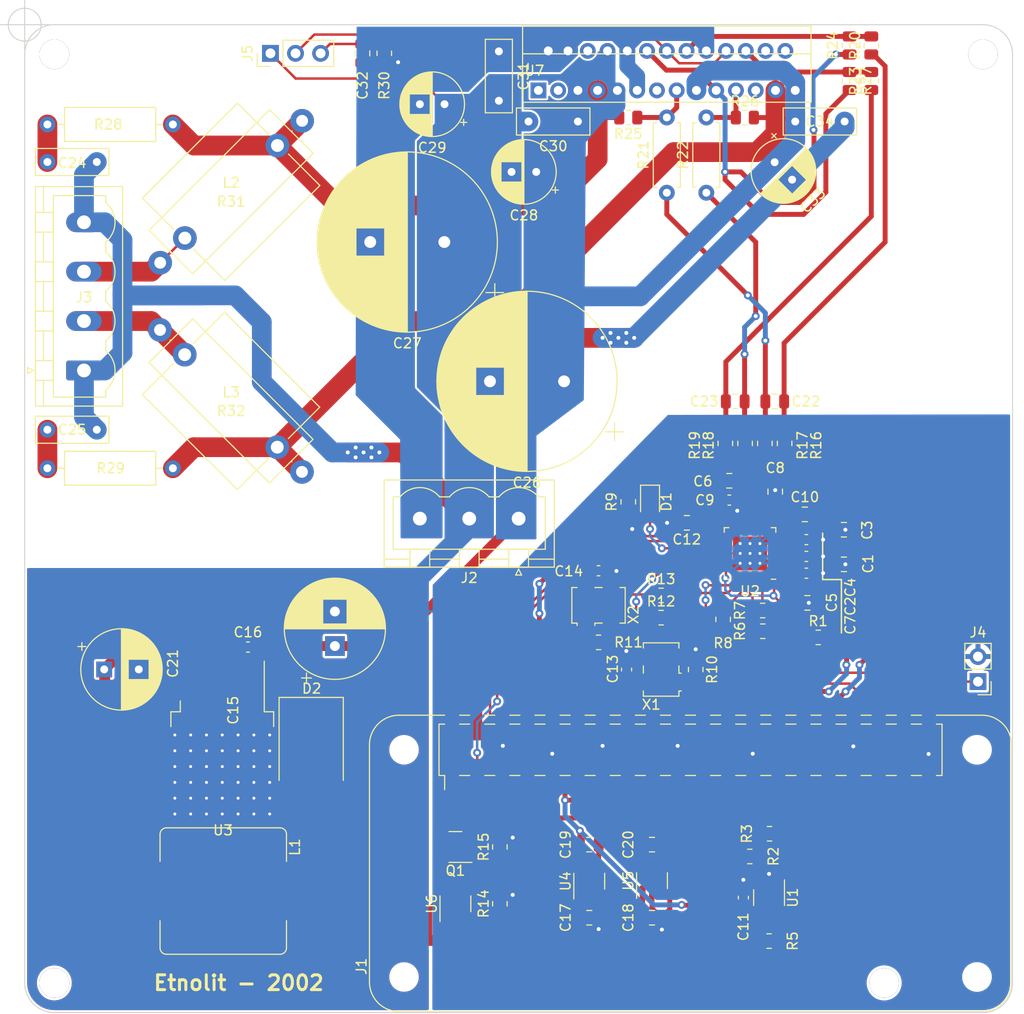
<source format=kicad_pcb>
(kicad_pcb (version 20211014) (generator pcbnew)
  (layers (0 "F.Cu" signal) (31 "B.Cu" signal) (34 "B.Paste" user) (35 "F.Paste" user) (36 "B.SilkS" user "B.Silkscreen") (37 "F.SilkS" user "F.Silkscreen") (38 "B.Mask" user) (39 "F.Mask" user) (44 "Edge.Cuts" user))
  (net 0 "")
  (net 1 "VCC")
  (net 2 "GND")
  (net 3 "DVDD")
  (net 4 "AVDD")
  (net 5 "Net-(C5-Pad1)")
  (net 6 "Net-(C8-Pad2)")
  (net 7 "Net-(C10-Pad1)")
  (net 8 "Net-(C10-Pad2)")
  (net 9 "Net-(C12-Pad1)")
  (net 10 "/Power/5V")
  (net 11 "Net-(C22-Pad2)")
  (net 12 "Net-(C23-Pad2)")
  (net 13 "Net-(C25-Pad1)")
  (net 14 "Net-(C22-Pad1)")
  (net 15 "VEE")
  (net 16 "Net-(D1-Pad1)")
  (net 17 "Net-(D2-Pad1)")
  (net 18 "Net-(C24-Pad2)")
  (net 20 "Net-(C23-Pad1)")
  (net 21 "Net-(D1-Pad2)")
  (net 22 "/Power/5VBK")
  (net 23 "/Digital/SDA")
  (net 24 "/Digital/SCL")
  (net 25 "Net-(Q1-Pad1)")
  (net 26 "/Digital/BCK")
  (net 27 "/Digital/ID_SC")
  (net 28 "/Digital/ID_SD")
  (net 29 "/Digital/LRCK")
  (net 30 "/Digital/DIN")
  (net 31 "Net-(R8-Pad1)")
  (net 32 "Net-(C32-Pad1)")
  (net 33 "/Analog/MUTE")
  (net 34 "Net-(R6-Pad2)")
  (net 35 "Net-(R7-Pad2)")
  (net 36 "/Digital/GPIO6")
  (net 37 "/Digital/GPIO3")
  (net 38 "Net-(R12-Pad1)")
  (net 39 "/Digital/CLK")
  (net 40 "Net-(R13-Pad1)")
  (net 41 "Net-(R14-Pad1)")
  (net 42 "Net-(R20-Pad2)")
  (net 43 "Net-(R21-Pad2)")
  (net 44 "Net-(R22-Pad2)")
  (net 45 "Net-(R23-Pad2)")
  (net 46 "/Analog/OUTL+")
  (net 47 "/Analog/OUTL-")
  (net 48 "/Analog/OUTR+")
  (net 49 "/Analog/OUTR-")
  (net 77 "/Analog/L_{out}+")
  (net 78 "/Analog/R_{out}+")
  (net 79 "Net-(J4-Pad1)")
  (net 80 "Net-(R1-Pad1)")
  (net 87 "Net-(L2-Pad1)")
  (net 88 "Net-(L3-Pad2)")
  (footprint "Resistor_SMD:R_0805_2012Metric" (layer "F.Cu") (at 183.5 52.1 -90)
    (fp_text reference "R24")
    (fp_text value "20K")
  )
  (footprint "Capacitor_THT:CP_Radial_D18.0mm_P7.50mm" (layer "F.Cu") (at 142.47778 72 180)
    (fp_text reference "C27")
    (fp_text value "2200uF")
  )
  (footprint "Capacitor_SMD:C_0805_2012Metric" (layer "F.Cu") (at 157.14952 133)
    (fp_text reference "C19")
    (fp_text value "10uF")
  )
  (footprint "Capacitor_SMD:C_0805_2012Metric" (layer "F.Cu") (at 178.975 99.56875 180)
    (fp_text reference "C10")
    (fp_text value "2.2uF")
  )
  (footprint "Capacitor_SMD:C_0603_1608Metric" (layer "F.Cu") (at 158.0875 105.275 180)
    (fp_text reference "C14")
    (fp_text value "100nF")
  )
  (footprint "Resistor_SMD:R_0805_2012Metric" (layer "F.Cu") (at 172.925 92.3875 -90)
    (fp_text reference "R18")
    (fp_text value "470R")
  )
  (footprint "Resistor_SMD:R_0805_2012Metric" (layer "F.Cu") (at 185.7 55.7 90)
    (fp_text reference "R23")
    (fp_text value "1K")
  )
  (footprint "Resistor_SMD:R_0805_2012Metric" (layer "F.Cu") (at 148.1 138.9875 90)
    (fp_text reference "R14")
    (fp_text value "10K")
  )
  (footprint "LED_SMD:LED_0805_2012Metric" (layer "F.Cu") (at 163.3 98.3 -90)
    (fp_text reference "D1")
    (fp_text value "LED")
  )
  (footprint "Resistor_SMD:R_0805_2012Metric" (layer "F.Cu") (at 164.425 107.775)
    (fp_text reference "R13")
    (fp_text value "100R")
  )
  (footprint "Package_DFN_QFN:Texas_S-PVQFN-N32_EP3.45x3.45mm_ThermalVias" (layer "F.Cu") (at 173.425 103.525 180)
    (fp_text reference "U2")
    (fp_text value "PCM5242")
  )
  (footprint "Capacitor_THT:CP_Radial_D6.3mm_P2.50mm" (layer "F.Cu") (at 175.916117 63.921323 -45)
    (fp_text reference "C33")
    (fp_text value "10uF")
  )
  (footprint "Capacitor_THT:CP_Radial_D10.0mm_P3.50mm" (layer "F.Cu") (at 131.4 112.9 90)
    (fp_text reference "C15")
    (fp_text value "680uF")
  )
  (footprint "Resistor_SMD:R_0805_2012Metric" (layer "F.Cu") (at 175.4 131.9)
    (fp_text reference "R3")
    (fp_text value "3K9")
  )
  (footprint "Capacitor_THT:CP_Radial_D18.0mm_P7.50mm" (layer "F.Cu") (at 154.6 86.1 180)
    (fp_text reference "C26")
    (fp_text value "2200uF")
  )
  (footprint "Connector_PinHeader_2.54mm:PinHeader_1x02_P2.54mm_Vertical" (layer "F.Cu") (at 196.5 116.5 180)
    (fp_text reference "J4")
    (fp_text value "Conn_02x01")
  )
  (footprint "Connector_Phoenix_MSTB:PhoenixContact_MSTBVA_2,5_4-G_1x04_P5.00mm_Vertical" (layer "F.Cu") (at 106 85 90)
    (fp_text reference "J3")
    (fp_text value "Conn_01x04")
  )
  (footprint "Resistor_SMD:R_0805_2012Metric" (layer "F.Cu") (at 176.925 92.3875 -90)
    (fp_text reference "R16")
    (fp_text value "470R")
  )
  (footprint "Package_TO_SOT_SMD:SOT-23-5" (layer "F.Cu") (at 175.35 138.3625 -90)
    (fp_text reference "U1")
    (fp_text value "AT24CS01-STUM")
  )
  (footprint "Capacitor_SMD:C_0805_2012Metric" (layer "F.Cu") (at 182.925 101.125)
    (fp_text reference "C3")
    (fp_text value "2.2uF")
  )
  (footprint "Etnolit:L_Axial_L13.25_D11.4_P13.25_Horizontal" (layer "F.Cu") (at 120.884205 88.084205 -45)
    (fp_text reference "L3")
    (fp_text value "0.7uH")
  )
  (footprint "Capacitor_SMD:C_0603_1608Metric" (layer "F.Cu") (at 172.75 138.3625 -90)
    (fp_text reference "C11")
    (fp_text value "100nF")
  )
  (footprint "Capacitor_SMD:C_0805_2012Metric" (layer "F.Cu") (at 175.925 88.1375)
    (fp_text reference "C22")
    (fp_text value "2.2nF")
  )
  (footprint "Etnolit:L_Axial_L13.25_D11.4_P13.25_Horizontal" (layer "F.Cu") (at 120.9 66.915795 -135)
    (fp_text reference "L2")
    (fp_text value "0.7uH")
  )
  (footprint "Capacitor_SMD:C_0603_1608Metric" (layer "F.Cu") (at 122.6 113 180)
    (fp_text reference "C16")
    (fp_text value "100nF")
  )
  (footprint "Inductor_SMD:L_Bourns_SRR1260" (layer "F.Cu") (at 120.1 137.7 180)
    (fp_text reference "L1")
    (fp_text value "33uH")
  )
  (footprint "Diode_SMD:D_SMC" (layer "F.Cu") (at 129 122.9 -90)
    (fp_text reference "D2")
    (fp_text value "SSC54-E3/9AT")
  )
  (footprint "Capacitor_SMD:C_0805_2012Metric" (layer "F.Cu") (at 167.025 100.425 180)
    (fp_text reference "C12")
    (fp_text value "1uF")
  )
  (footprint "Capacitor_THT:CP_Radial_D8.0mm_P3.50mm" (layer "F.Cu") (at 108.047349 115.2625)
    (fp_text reference "C21")
    (fp_text value "220uF")
  )
  (footprint "Resistor_THT:R_Axial_DIN0207_L6.3mm_D2.5mm_P7.62mm_Horizontal" (layer "F.Cu") (at 165 67.01 90)
    (fp_text reference "R21")
    (fp_text value "1K")
  )
  (footprint "Etnolit:TO-220-27" (layer "F.Cu") (at 152 56.65)
    (fp_text reference "U7")
    (fp_text value "LM4780")
  )
  (footprint "Capacitor_THT:C_Rect_L7.2mm_W2.5mm_P5.00mm_FKS2_FKP2_MKS2_MKP2" (layer "F.Cu") (at 156 59.8 180)
    (fp_text reference "C30")
    (fp_text value "100nF")
  )
  (footprint "Resistor_SMD:R_0805_2012Metric" (layer "F.Cu") (at 180.325 112.025)
    (fp_text reference "R1")
    (fp_text value "10K")
  )
  (footprint "Capacitor_SMD:C_0805_2012Metric" (layer "F.Cu") (at 175.975 97.26875 -90)
    (fp_text reference "C8")
    (fp_text value "2.2uF")
  )
  (footprint "Capacitor_SMD:C_0805_2012Metric" (layer "F.Cu") (at 171.325 96.16875)
    (fp_text reference "C6")
    (fp_text value "10uF")
  )
  (footprint "Resistor_SMD:R_0805_2012Metric" (layer "F.Cu") (at 170.925 92.3875 -90)
    (fp_text reference "R19")
    (fp_text value "470R")
  )
  (footprint "Capacitor_THT:C_Rect_L7.2mm_W2.5mm_P5.00mm_FKS2_FKP2_MKS2_MKP2" (layer "F.Cu") (at 178 59.8)
    (fp_text reference "C34")
    (fp_text value "100nF")
  )
  (footprint "Capacitor_THT:C_Rect_L7.2mm_W2.5mm_P5.00mm_FKS2_FKP2_MKS2_MKP2" (layer "F.Cu") (at 148 52.7 -90)
    (fp_text reference "C31")
    (fp_text value "100nF")
  )
  (footprint "Capacitor_SMD:C_0805_2012Metric" (layer "F.Cu") (at 171.925 88.1375)
    (fp_text reference "C23")
    (fp_text value "2.2nF")
  )
  (footprint "Resistor_SMD:R_0805_2012Metric" (layer "F.Cu") (at 158.0875 112.525 180)
    (fp_text reference "R11")
    (fp_text value "10K")
  )
  (footprint "Capacitor_THT:C_Rect_L7.2mm_W2.5mm_P5.00mm_FKS2_FKP2_MKS2_MKP2" (layer "F.Cu") (at 102.3 91)
    (fp_text reference "C25")
    (fp_text value "100nF")
  )
  (footprint "Connector_PinHeader_2.54mm:PinHeader_1x03_P2.54mm_Vertical" (layer "F.Cu") (at 124.875 52.9 90)
    (fp_text reference "J5")
    (fp_text value "Conn_01x03")
  )
  (footprint "Resistor_SMD:R_0805_2012Metric" (layer "F.Cu") (at 174.925 92.3875 -90)
    (fp_text reference "R17")
    (fp_text value "470R")
  )
  (footprint "Resistor_THT:R_Axial_DIN0617_L17.0mm_D6.0mm_P20.32mm_Horizontal" (layer "F.Cu") (at 113.715795 74.1 45)
    (fp_text reference "R31")
    (fp_text value "10R,3W")
  )
  (footprint "Resistor_SMD:R_0805_2012Metric" (layer "F.Cu") (at 173.4 134.2 180)
    (fp_text reference "R2")
    (fp_text value "3K9")
  )
  (footprint "Capacitor_SMD:C_0603_1608Metric" (layer "F.Cu") (at 160.925 115.275 -90)
    (fp_text reference "C13")
    (fp_text value "100nF")
  )
  (footprint "Package_TO_SOT_SMD:SOT-23-5" (layer "F.Cu") (at 163.5 136.64952 90)
    (fp_text reference "U5")
    (fp_text value "NCP163ASN330T1G")
  )
  (footprint "Capacitor_SMD:C_0603_1608Metric" (layer "F.Cu") (at 171.325 98.125)
    (fp_text reference "C9")
    (fp_text value "100nF")
  )
  (footprint "Connector_Phoenix_MSTB:PhoenixContact_MSTBVA_2,5_3-G_1x03_P5.00mm_Vertical" (layer "F.Cu") (at 150 100 180)
    (fp_text reference "J2")
    (fp_text value "Conn_01x03")
  )
  (footprint "Package_TO_SOT_SMD:SOT-23-6" (layer "F.Cu") (at 143.6 138.9875 90)
    (fp_text reference "U6")
    (fp_text value "DMMT5401")
  )
  (footprint "Capacitor_SMD:C_0603_1608Metric" (layer "F.Cu") (at 179.125 105.525)
    (fp_text reference "C7")
    (fp_text value "100nF")
  )
  (footprint "Capacitor_SMD:C_0805_2012Metric" (layer "F.Cu") (at 179.225 108.525)
    (fp_text reference "C5")
    (fp_text value "10uF")
  )
  (footprint "Capacitor_SMD:C_0805_2012Metric" (layer "F.Cu") (at 182.925 104.625)
    (fp_text reference "C1")
    (fp_text value "10uF")
  )
  (footprint "Package_TO_SOT_SMD:SOT-23" (layer "F.Cu") (at 143.6 133.2375 180)
    (fp_text reference "Q1")
    (fp_text value "DMG2305UX")
  )
  (footprint "Oscillator:Oscillator_SMD_EuroQuartz_XO53-4Pin_5.0x3.2mm" (layer "F.Cu") (at 158.0875 108.775)
    (fp_text reference "X2")
    (fp_text value "24.5760MHz")
  )
  (footprint "Resistor_SMD:R_0805_2012Metric" (layer "F.Cu") (at 161.1 59.4 180)
    (fp_text reference "R25")
    (fp_text value "20K")
  )
  (footprint "Capacitor_THT:C_Rect_L7.2mm_W2.5mm_P5.00mm_FKS2_FKP2_MKS2_MKP2" (layer "F.Cu") (at 107.3 63.9 180)
    (fp_text reference "C24")
    (fp_text value "100nF")
  )
  (footprint "Oscillator:Oscillator_SMD_EuroQuartz_XO53-4Pin_5.0x3.2mm" (layer "F.Cu") (at 164.425 115.275 90)
    (fp_text reference "X1")
    (fp_text value "22.5792MHz")
  )
  (footprint "Capacitor_SMD:C_0805_2012Metric" (layer "F.Cu") (at 134.2 52.9 -90)
    (fp_text reference "C32")
    (fp_text value "10uF")
  )
  (footprint "Resistor_SMD:R_0805_2012Metric" (layer "F.Cu") (at 183.5 55.7 -90)
    (fp_text reference "R27")
    (fp_text value "20K")
  )
  (footprint "Resistor_SMD:R_0805_2012Metric" (layer "F.Cu") (at 136.4 52.9 -90)
    (fp_text reference "R30")
    (fp_text value "10K")
  )
  (footprint "Capacitor_THT:CP_Radial_D6.3mm_P2.50mm" (layer "F.Cu") (at 151.78238 64.9 180)
    (fp_text reference "C28")
    (fp_text value "10uF")
  )
  (footprint "Resistor_SMD:R_0805_2012Metric" (layer "F.Cu") (at 185.7 52.1 90)
    (fp_text reference "R20")
    (fp_text value "1K")
  )
  (footprint "Resistor_THT:R_Axial_DIN0207_L6.3mm_D2.5mm_P7.62mm_Horizontal" (layer "F.Cu") (at 169 67.01 90)
    (fp_text reference "R22")
    (fp_text value "1K")
  )
  (footprint "Resistor_SMD:R_0805_2012Metric" (layer "F.Cu") (at 167.925 115.275 -90)
    (fp_text reference "R10")
    (fp_text value "10K")
  )
  (footprint "Package_TO_SOT_SMD:TO-263-5_TabPin3" (layer "F.Cu") (at 120 122.5 -90)
    (fp_text reference "U3")
    (fp_text value "LM2592HV")
  )
  (footprint "Resistor_THT:R_Axial_DIN0309_L9.0mm_D3.2mm_P12.70mm_Horizontal" (layer "F.Cu") (at 102.3 60.1)
    (fp_text reference "R28")
    (fp_text value "3R16, 1W")
  )
  (footprint "Capacitor_SMD:C_0805_2012Metric" (layer "F.Cu") (at 163.5 133)
    (fp_text reference "C20")
    (fp_text value "10uF")
  )
  (footprint "Resistor_SMD:R_0805_2012Metric" (layer "F.Cu") (at 172.9 59.4)
    (fp_text reference "R26")
    (fp_text value "20K")
  )
  (footprint "Resistor_SMD:R_0805_2012Metric" (layer "F.Cu") (at 175.35 142.7625 180)
    (fp_text reference "R5")
    (fp_text value "1K")
  )
  (footprint "Etnolit:RPi_Zero_2W_SMD" (layer "F.Cu") (at 134.9 149.9)
    (fp_text reference "J1")
    (fp_text value "Conn_02x20_Odd_Even")
  )
  (footprint "Resistor_SMD:R_0805_2012Metric" (layer "F.Cu") (at 148.1 133.2375 90)
    (fp_text reference "R15")
    (fp_text value "47K")
  )
  (footprint "Resistor_SMD:R_0805_2012Metric" (layer "F.Cu") (at 174.7 109.3 180)
    (fp_text reference "R7")
    (fp_text value "100R")
  )
  (footprint "Resistor_SMD:R_0805_2012Metric" (layer "F.Cu") (at 174.7125 111.4)
    (fp_text reference "R6")
    (fp_text value "100R")
  )
  (footprint "Capacitor_SMD:C_0805_2012Metric" (layer "F.Cu") (at 157.14952 140.4)
    (fp_text reference "C17")
    (fp_text value "10uF")
  )
  (footprint "Capacitor_THT:CP_Radial_D6.3mm_P2.50mm" (layer "F.Cu") (at 142.5 58.05 180)
    (fp_text reference "C29")
    (fp_text value "10uF")
  )
  (footprint "Capacitor_SMD:C_0603_1608Metric" (layer "F.Cu") (at 179.125 103.825)
    (fp_text reference "C2")
    (fp_text value "100nF")
  )
  (footprint "Resistor_SMD:R_0805_2012Metric" (layer "F.Cu") (at 161.1 98.3 -90)
    (fp_text reference "R9")
    (fp_text value "3K9")
  )
  (footprint "Resistor_THT:R_Axial_DIN0309_L9.0mm_D3.2mm_P12.70mm_Horizontal" (layer "F.Cu") (at 102.3 94.9)
    (fp_text reference "R29")
    (fp_text value "3R16, 1W")
  )
  (footprint "Capacitor_SMD:C_0805_2012Metric" (layer "F.Cu") (at 163.5 140.4)
    (fp_text reference "C18")
    (fp_text value "10uF")
  )
  (footprint "Capacitor_SMD:C_0603_1608Metric" (layer "F.Cu") (at 179.125 102.125)
    (fp_text reference "C4")
    (fp_text value "100nF")
  )
  (footprint "Package_TO_SOT_SMD:SOT-23-5" (layer "F.Cu") (at 157.14952 136.7 90)
    (fp_text reference "U4")
    (fp_text value "NCP163ASN330T1G")
  )
  (footprint "Resistor_SMD:R_0805_2012Metric" (layer "F.Cu") (at 164.425 110.025)
    (fp_text reference "R12")
    (fp_text value "100R")
  )
  (footprint "Resistor_THT:R_Axial_DIN0617_L17.0mm_D6.0mm_P20.32mm_Horizontal" (layer "F.Cu") (at 128.06841 95.26841 135)
    (fp_text reference "R32")
    (fp_text value "10R,3W")
  )
  (footprint "Resistor_SMD:R_0805_2012Metric" (layer "F.Cu") (at 170.7 110.2 -90)
    (fp_text reference "R8")
    (fp_text value "100R")
  )
  (gr_line (start 180.775 106.16875) (end 180.775 101.46875) (layer "F.SilkS") (width 0.15))
  (gr_line (start 182.675 106.16875) (end 182.675 111.56875) (layer "F.SilkS") (width 0.15))
  (gr_line (start 182.675 106.16875) (end 180.775 106.16875) (layer "F.SilkS") (width 0.15))
  (gr_line locked (start 200 147) (end 200 53) (layer "Edge.Cuts") (width 0.1))
  (gr_arc locked (start 102.999999 150.000001) (mid 100.878679 149.121321) (end 99.999999 147.000001) (layer "Edge.Cuts") (width 0.1))
  (gr_line locked (start 100 147) (end 100 53) (layer "Edge.Cuts") (width 0.1))
  (gr_arc locked (start 197 50) (mid 199.12132 50.87868) (end 200 53) (layer "Edge.Cuts") (width 0.1))
  (gr_arc locked (start 100 53) (mid 100.87868 50.87868) (end 103 50) (layer "Edge.Cuts") (width 0.1))
  (gr_arc locked (start 200 147) (mid 199.12132 149.12132) (end 197 150) (layer "Edge.Cuts") (width 0.1))
  (gr_line locked (start 103 150) (end 197 150) (layer "Edge.Cuts") (width 0.1))
  (gr_line locked (start 103 50) (end 197 50) (layer "Edge.Cuts") (width 0.1))
  (gr_text "Etnolit - 2002" (at 112.9 147) (layer "F.SilkS") (effects (font (size 1.5 1.5) (thickness 0.3)) (justify left)))
  (target plus (at 100 50) (size 5) (width 0.1) (layer "Edge.Cuts"))
  (via locked (at 187 147) (size 3.001) (drill 3) (layers "F.Cu" "B.Cu") (net 0))
  (via locked (at 197 53) (size 3.001) (drill 3) (layers "F.Cu" "B.Cu") (net 0))
  (via locked (at 103 147) (size 3.001) (drill 3) (layers "F.Cu" "B.Cu") (net 0))
  (via locked (at 103 53) (size 3.001) (drill 3) (layers "F.Cu" "B.Cu") (net 0))
  (segment (start 123.375 113) (end 123.475 112.9) (width 1) (layer "F.Cu") (net 1))
  (segment (start 123.4 113.025) (end 123.375 113) (width 1) (layer "F.Cu") (net 1))
  (segment (start 131.5 112.9) (end 137.1 112.9) (width 1) (layer "F.Cu") (net 1))
  (segment (start 123.4 116.725) (end 123.4 113.025) (width 1) (layer "F.Cu") (net 1))
  (segment (start 123.475 112.9) (end 131.5 112.9) (width 1) (layer "F.Cu") (net 1))
  (segment (start 137.1 112.9) (end 150 100) (width 1) (layer "F.Cu") (net 1))
  (segment (start 131.4 112.9) (end 131.5 112.9) (width 0.25) (layer "F.Cu") (net 1))
  (segment (start 156 59.8) (end 155.9 59.8) (width 2) (layer "B.Cu") (net 1))
  (segment (start 150 90.7) (end 150 100) (width 2) (layer "B.Cu") (net 1))
  (segment (start 154.4 77.5) (end 162.3 77.5) (width 2) (layer "B.Cu") (net 1))
  (segment (start 169.149511 54.650489) (end 176.828226 54.650489) (width 2) (layer "B.Cu") (net 1))
  (segment (start 159.4 58.8) (end 160 58.2) (width 1.6) (layer "B.Cu") (net 1))
  (segment (start 156 59.8) (end 156 56.65) (width 2) (layer "B.Cu") (net 1))
  (segment (start 178 55.822263) (end 178 56.65) (width 2) (layer "B.Cu") (net 1))
  (segment (start 151.9 63.8) (end 151.9 75) (width 2) (layer "B.Cu") (net 1))
  (segment (start 168 56.65) (end 168 55.8) (width 2) (layer "B.Cu") (net 1))
  (segment (start 178 61.8) (end 178 59.8) (width 2) (layer "B.Cu") (net 1))
  (segment (start 157 58.8) (end 159.4 58.8) (width 1.6) (layer "B.Cu") (net 1))
  (segment (start 154.6 86.1) (end 150 90.7) (width 2) (layer "B.Cu") (net 1))
  (segment (start 151.9 75) (end 154.6 77.7) (width 2) (layer "B.Cu") (net 1))
  (segment (start 156 56.65) (end 156 56.175817) (width 1.6) (layer "B.Cu") (net 1))
  (segment (start 162.3 77.5) (end 178 61.8) (width 2) (layer "B.Cu") (net 1))
  (segment (start 160 58.2) (end 160 56.65) (width 1.6) (layer "B.Cu") (net 1))
  (segment (start 156 56.175817) (end 158.999511 53.176306) (width 1.6) (layer "B.Cu") (net 1))
  (segment (start 154.6 77.7) (end 154.6 86.1) (width 2) (layer "B.Cu") (net 1))
  (segment (start 168 55.8) (end 169.149511 54.650489) (width 2) (layer "B.Cu") (net 1))
  (segment (start 156 59.8) (end 157 58.8) (width 1.6) (layer "B.Cu") (net 1))
  (segment (start 158.999511 53.176306) (end 158.999511 52.850009) (width 1.6) (layer "B.Cu") (net 1))
  (segment (start 155.8 59.6) (end 156 59.8) (width 1) (layer "B.Cu") (net 1))
  (segment (start 178 56.65) (end 178 59.8) (width 2) (layer "B.Cu") (net 1))
  (segment (start 155.9 59.8) (end 151.9 63.8) (width 2) (layer "B.Cu") (net 1))
  (segment (start 176.828226 54.650489) (end 178 55.822263) (width 2) (layer "B.Cu") (net 1))
  (segment (start 159 112.525) (end 159 111.3) (width 0.25) (layer "F.Cu") (net 2))
  (segment (start 172.175 101.0875) (end 172.175 102.275) (width 0.25) (layer "F.Cu") (net 2))
  (segment (start 148.35 122.95) (end 148.35 120.875) (width 0.25) (layer "F.Cu") (net 2))
  (segment (start 191.5 123.8245) (end 191.5 125.895) (width 0.25) (layer "F.Cu") (net 2))
  (segment (start 120.1125 126.1125) (end 119.8875 125.8875) (width 0.25) (layer "F.Cu") (net 2))
  (segment (start 158.09952 135.5625) (end 158.09952 133) (width 0.5) (layer "F.Cu") (net 2))
  (segment (start 127.425 55.45) (end 134.25 55.45) (width 0.25) (layer "F.Cu") (net 2))
  (segment (start 164.45 140.4) (end 163.5 139.45) (width 0.5) (layer "F.Cu") (net 2))
  (segment (start 175.35 137.225) (end 175.35 135.9625) (width 0.25) (layer "F.Cu") (net 2))
  (segment (start 173.7 123.8) (end 173.75 123.85) (width 0.25) (layer "F.Cu") (net 2))
  (segment (start 166.13 122.97) (end 166.13 120.875) (width 0.25) (layer "F.Cu") (net 2))
  (segment (start 120 113.9) (end 120.9 113) (width 1) (layer "F.Cu") (net 2))
  (segment (start 172.175 104.775) (end 172.425 104.525) (width 0.25) (layer "F.Cu") (net 2))
  (segment (start 174.675 102.275) (end 174.425 102.525) (width 0.25) (layer "F.Cu") (net 2))
  (segment (start 159.9 105.3) (end 159.0125 105.3) (width 0.25) (layer "F.Cu") (net 2))
  (segment (start 148.4 123) (end 148.35 122.95) (width 0.25) (layer "F.Cu") (net 2))
  (segment (start 183.5 53.0125) (end 182.1125 53.0125) (width 0.5) (layer "F.Cu") (net 2))
  (segment (start 172.175 102.275) (end 172.425 102.525) (width 0.25) (layer "F.Cu") (net 2))
  (segment (start 170.9 64.9) (end 172.5 64.9) (width 0.5) (layer "F.Cu") (net 2))
  (segment (start 180.175 108.525) (end 179.3745 108.525) (width 0.25) (layer "F.Cu") (net 2))
  (segment (start 183.875 104.625) (end 183.0745 104.625) (width 0.25) (layer "F.Cu") (net 2))
  (segment (start 149.3625 132.325) (end 149.4 132.2875) (width 0.25) (layer "F.Cu") (net 2))
  (segment (start 159 111.3) (end 159.3575 110.9425) (width 0.25) (layer "F.Cu") (net 2))
  (segment (start 160.9 114.3) (end 161.629511 115.029511) (width 0.25) (layer "F.Cu") (net 2))
  (segment (start 175.975 97.11925) (end 175.975 96.31875) (width 0.25) (layer "F.Cu") (net 2))
  (segment (start 167.925 114.3625) (end 167.925 113.225) (width 0.25) (layer "F.Cu") (net 2))
  (segment (start 172.128175 98.153175) (end 172.1 98.125) (width 0.25) (layer "F.Cu") (net 2))
  (segment (start 138.3 93.3) (end 132.7 93.3) (width 2) (layer "F.Cu") (net 2))
  (segment (start 153.43 123.83) (end 153.43 125.99) (width 0.25) (layer "F.Cu") (net 2))
  (segment (start 174.4 69.2) (end 178.85 69.2) (width 0.5) (layer "F.Cu") (net 2))
  (segment (start 157.14952 137.8375) (end 157.14952 139.45) (width 0.5) (layer "F.Cu") (net 2))
  (segment (start 149.875 81.7) (end 147.1 84.475) (width 2) (layer "F.Cu") (net 2))
  (segment (start 120.9 126.3) (end 119.4125 124.8125) (width 2) (layer "F.Cu") (net 2))
  (segment (start 172.1 98.125) (end 172.1 96.34375) (width 0.25) (layer "F.Cu") (net 2))
  (segment (start 148.1125 138.0875) (end 148.1 138.075) (width 0.25) (layer "F.Cu") (net 2))
  (segment (start 158.332989 105.979511) (end 158.332989 108.850489) (width 0.25) (layer "F.Cu") (net 2))
  (segment (start 134.2 53.85) (end 134.2 55.4) (width 0.25) (layer "F.Cu") (net 2))
  (segment (start 116.6 122.475) (end 120 125.875) (width 1.1) (layer "F.Cu") (net 2))
  (segment (start 175.8625 102.275) (end 174.675 102.275) (width 0.25) (layer "F.Cu") (net 2))
  (segment (start 124.875 52.9) (end 127.425 55.45) (width 0.25) (layer "F.Cu") (net 2))
  (segment (start 179.9 105.525) (end 180.825 105.525) (width 0.25) (layer "F.Cu") (net 2))
  (segment (start 153.4 123.8) (end 153.43 123.83) (width 0.25) (layer "F.Cu") (net 2))
  (segment (start 163 52.65) (end 164.95 54.6) (width 0.5) (layer "F.Cu") (net 2))
  (segment (start 178.85 69.2) (end 181.1 66.95) (width 0.5) (layer "F.Cu") (net 2))
  (segment (start 159.3575 110.9425) (end 159.3575 109.875) (width 0.25) (layer "F.Cu") (net 2))
  (segment (start 158.5 123) (end 158.51 122.99) (width 0.25) (layer "F.Cu") (net 2))
  (segment (start 116.6 116.7) (end 116.6 122.475) (width 1.1) (layer "F.Cu") (net 2))
  (segment (start 183.9 123.03) (end 183.88 123.05) (width 0.25) (layer "F.Cu") (net 2))
  (segment (start 165.3 139.55) (end 165.3 136.36202) (width 0.5) (layer "F.Cu") (net 2))
  (segment (start 163.5 139.45) (end 163.5 137.78702) (width 0.5) (layer "F.Cu") (net 2))
  (segment (start 164.95 54.6) (end 167.95 54.6) (width 0.5) (layer "F.Cu") (net 2))
  (segment (start 181.1 66.95) (end 181.1 59.0125) (width 0.5) (layer "F.Cu") (net 2))
  (segment (start 161.629511 115.029511) (end 164.500489 115.029511) (width 0.25) (layer "F.Cu") (net 2))
  (segment (start 167.925 114.3625) (end 165.8825 114.3625) (width 0.25) (layer "F.Cu") (net 2))
  (segment (start 129 126.3) (end 120.9 126.3) (width 2) (layer "F.Cu") (net 2))
  (segment (start 158.51 122.99) (end 158.51 120.875) (width 0.25) (layer "F.Cu") (net 2))
  (segment (start 170.9875 104.775) (end 172.175 104.775) (width 0.25) (layer "F.Cu") (net 2))
  (segment (start 164.500489 115.029511) (end 165.525 114.005) (width 0.25) (layer "F.Cu") (net 2))
  (segment (start 161.1 100.6505) (end 161.5 101.0505) (width 0.25) (layer "F.Cu") (net 2))
  (segment (start 158.332989 108.850489) (end 159.3575 109.875) (width 0.25) (layer "F.Cu") (net 2))
  (segment (start 149.4 138.0875) (end 148.1125 138.0875) (width 0.25) (layer "F.Cu") (net 2))
  (segment (start 159.0125 105.3) (end 158.332989 105.979511) (width 0.25) (layer "F.Cu") (net 2))
  (segment (start 175.6 68) (end 178.4 68) (width 0.5) (layer "F.Cu") (net 2))
  (segment (start 158.09952 140.4) (end 158.84904 139.65048) (width 0.5) (layer "F.Cu") (net 2))
  (segment (start 116.6 116.725) (end 113.009849 116.725) (width 0.25) (layer "F.Cu") (net 2))
  (segment (start 172.175 104.275) (end 172.425 104.525) (width 0.25) (layer "F.Cu") (net 2))
  (segment (start 174.175 104.275) (end 173.425 103.525) (width 0.25) (layer "F.Cu") (net 2))
  (segment (start 170.9 65.7) (end 174.4 69.2) (width 0.5) (layer "F.Cu") (net 2))
  (segment (start 139.9 55.45) (end 142.5 58.05) (width 0.25) (layer "F.Cu") (net 2))
  (segment (start 165.8825 114.3625) (end 165.525 114.005) (width 0.25) (layer "F.Cu") (net 2))
  (segment (start 179.9 60.7) (end 179.85 60.65) (width 0.5) (layer "F.Cu") (net 2))
  (segment (start 161.7 81.7) (end 149.875 81.7) (width 2) (layer "F.Cu") (net 2))
  (segment (start 165.3 136.36202) (end 164.45 135.51202) (width 0.5) (layer "F.Cu") (net 2))
  (segment (start 170.9 64.9) (end 170.9 65.7) (width 0.5) (layer "F.Cu") (net 2))
  (segment (start 160.9 113.4) (end 160.9 114.3) (width 0.25) (layer "F.Cu") (net 2))
  (segment (start 172.5 64.9) (end 175.6 68) (width 0.5) (layer "F.Cu") (net 2))
  (segment (start 172.75 137.5875) (end 172.75 136.5625) (width 0.25) (layer "F.Cu") (net 2))
  (segment (start 116.4875 122.4875) (end 119.8875 125.8875) (width 1.1) (layer "F.Cu") (net 2))
  (segment (start 145 100) (end 138.3 93.3) (width 2) (layer "F.Cu") (net 2))
  (segment (start 158.84904 139.65048) (end 158.84904 136.31202) (width 0.5) (layer "F.Cu") (net 2))
  (segment (start 161.1 99.2125) (end 161.1 100.6505) (width 0.25) (layer "F.Cu") (net 2))
  (segment (start 183.875 101.125) (end 183.0745 101.125) (width 0.25) (layer "F.Cu") (net 2))
  (segment (start 167.95 54.6) (end 170 56.65) (width 0.5) (layer "F.Cu") (net 2))
  (segment (start 166.1 123) (end 166.13 122.97) (width 0.25) (layer "F.Cu") (net 2))
  (segment (start 158.09952 140.4) (end 158.09952 141.55002) (width 0.5) (layer "F.Cu") (net 2))
  (segment (start 173.75 123.85) (end 173.75 125.925) (width 0.25) (layer "F.Cu") (net 2))
  (segment (start 120.9 113) (end 121.825 113) (width 1) (layer "F.Cu") (net 2))
  (segment (start 164.5 141.6) (end 164.45 141.55) (width 0.5) (layer "F.Cu") (net 2))
  (segment (start 147.1 84.475) (end 147.1 85.925) (width 2) (layer "F.Cu") (net 2))
  (segment (start 179.9 102.125) (end 180.825 102.125) (width 0.25) (layer "F.Cu") (net 2))
  (segment (start 164.45 140.4) (end 165.3 139.55) (width 0.5) (layer "F.Cu") (net 2))
  (segment (start 148.1 132.325) (end 149.3625 132.325) (width 0.25) (layer "F.Cu") (net 2))
  (segment (start 181.1 59.0125) (end 183.5 56.6125) (width 0.5) (layer "F.Cu") (net 2))
  (segment (start 157.14952 139.45) (end 158.09952 140.4) (width 0.5) (layer "F.Cu") (net 2))
  (segment (start 120 116.725) (end 120 113.9) (width 1) (layer "F.Cu") (net 2))
  (segment (start 164.45 135.51202) (end 164.45 133) (width 0.5) (layer "F.Cu") (net 2))
  (segment (start 165.025 100.425) (end 166.075 100.425) (width 0.25) (layer "F.Cu") (net 2))
  (segment (start 179.9 66.5) (end 179.9 60.7) (width 0.5) (layer "F.Cu") (net 2))
  (segment (start 170.9875 104.275) (end 172.175 104.275) (width 0.25) (layer "F.Cu") (net 2))
  (segment (start 158.84904 136.31202) (end 158.09952 135.5625) (width 0.5) (layer "F.Cu") (net 2))
  (segment (start 175.8625 104.275) (end 174.175 104.275) (width 0.25) (layer "F.Cu") (net 2))
  (segment (start 183.9 120.9) (end 183.9 123.03) (width 0.25) (layer "F.Cu") (net 2))
  (segment (start 120 116.725) (end 120 125.875) (width 1) (layer "F.Cu") (net 2))
  (segment (start 172.128175 99.203576) (end 172.128175 98.153175) (width 0.25) (layer "F.Cu") (net 2))
  (segment (start 178.4 68) (end 179.9 66.5) (width 0.5) (layer "F.Cu") (net 2))
  (segment (start 134.2 55.4) (end 134.25 55.45) (width 0.25) (layer "F.Cu") (net 2))
  (segment (start 164.45 141.55) (end 164.45 140.4) (width 0.5) (layer "F.Cu") (net 2))
  (segment (start 179.9 103.825) (end 180.825 103.825) (width 0.25) (layer "F.Cu") (net 2))
  (segment (start 113.009849 116.725) (end 111.547349 115.2625) (width 0.25) (layer "F.Cu") (net 2))
  (segment (start 158.09952 141.55002) (end 158.1 141.5505) (width 0.5) (layer "F.Cu") (net 2))
  (segment (start 172.1 96.34375) (end 172.275 96.16875) (width 0.25) (layer "F.Cu") (net 2))
  (segment (start 158.1 141.5505) (end 158.1 141.5) (width 0.5) (layer "F.Cu") (net 2))
  (segment (start 134.25 55.45) (end 139.9 55.45) (width 0.25) (layer "F.Cu") (net 2))
  (via (at 120 123.5) (size 0.6) (drill 0.3) (layers "F.Cu" "B.Cu") (net 2))
  (via (at 124.8 125.1) (size 0.6) (drill 0.3) (layers "F.Cu" "B.Cu") (net 2))
  (via (at 179.85 60.65) (size 0.8) (drill 0.4) (layers "F.Cu" "B.Cu") (net 2))
  (via (at 166.1 123) (size 0.8) (drill 0.4) (layers "F.Cu" "B.Cu") (net 2))
  (via (at 116.8 129.9) (size 0.6) (drill 0.3) (layers "F.Cu" "B.Cu") (net 2))
  (via (at 118.4 125.1) (size 0.6) (drill 0.3) (layers "F.Cu" "B.Cu") (net 2))
  (via (at 121.6 126.7) (size 0.6) (drill 0.3) (layers "F.Cu" "B.Cu") (net 2))
  (via (at 115.2 121.9) (size 0.6) (drill 0.3) (layers "F.Cu" "B.Cu") (net 2))
  (via (at 160.9 82.2) (size 0.8) (drill 0.4) (layers "F.Cu" "B.Cu") (net 2))
  (via (at 116.8 125.1) (size 0.6) (drill 0.3) (layers "F.Cu" "B.Cu") (net 2))
  (via (at 183.0745 104.625) (size 0.8) (drill 0.4) (layers "F.Cu" "B.Cu") (net 2))
  (via (at 191.5 123.8245) (size 0.8) (drill 0.4) (layers "F.Cu" "B.Cu") (net 2))
  (via (at 118.4 129.9) (size 0.6) (drill 0.3) (layers "F.Cu" "B.Cu") (net 2))
  (via (at 159.3 82.2) (size 0.8) (drill 0.4) (layers "F.Cu" "B.Cu") (net 2))
  (via (at 135.1 93.8) (size 0.8) (drill 0.4) (layers "F.Cu" "B.Cu") (net 2))
  (via (at 124.8 129.9) (size 0.6) (drill 0.3) (layers "F.Cu" "B.Cu") (net 2))
  (via (at 180.825 102.125) (size 0.8) (drill 0.4) (layers "F.Cu" "B.Cu") (net 2))
  (via (at 183.88 123.05) (size 0.8) (drill 0.4) (layers "F.Cu" "B.Cu") (net 2))
  (via (at 118.4 121.9) (size 0.6) (drill 0.3) (layers "F.Cu" "B.Cu") (net 2))
  (via (at 148.4 123) (size 0.8) (drill 0.4) (layers "F.Cu" "B.Cu") (net 2))
  (via (at 120 129.9) (size 0.6) (drill 0.3) (layers "F.Cu" "B.Cu") (net 2))
  (via (at 161.5 101.0505) (size 0.8) (drill 0.4) (layers "F.Cu" "B.Cu") (net 2))
  (via (at 123.2 129.9) (size 0.6) (drill 0.3) (layers "F.Cu" "B.Cu") (net 2))
  (via (at 120 128.3) (size 0.6) (drill 0.3) (layers "F.Cu" "B.Cu") (net 2))
  (via (at 175.975 97.11925) (size 0.8) (drill 0.4) (layers "F.Cu" "B.Cu") (net 2))
  (via (at 182.1125 53.0125) (size 0.8) (drill 0.4) (layers "F.Cu" "B.Cu") (net 2))
  (via (at 132.7 93.3) (size 0.8) (drill 0.4) (layers "F.Cu" "B.Cu") (net 2))
  (via (at 115.2 123.5) (size 0.6) (drill 0.3) (layers "F.Cu" "B.Cu") (net 2))
  (via (at 170.9 64.9) (size 0.8) (drill 0.4) (layers "F.Cu" "B.Cu") (net 2))
  (via (at 118.4 123.5) (size 0.6) (drill 0.3) (layers "F.Cu" "B.Cu") (net 2))
  (via (at 183.0745 101.125) (size 0.8) (drill 0.4) (layers "F.Cu" "B.Cu") (net 2))
  (via (at 149.4 132.2875) (size 0.8) (drill 0.4) (layers "F.Cu" "B.Cu") (net 2))
  (via (at 120 126.7) (size 0.6) (drill 0.3) (layers "F.Cu" "B.Cu") (net 2))
  (via (at 149.4 138.0875) (size 0.8) (drill 0.4) (layers "F.Cu" "B.Cu") (net 2))
  (via (at 133.5 93.8) (size 0.8) (drill 0.4) (layers "F.Cu" "B.Cu") (net 2))
  (via (at 173.7 123.8) (size 0.8) (drill 0.4) (layers "F.Cu" "B.Cu") (net 2))
  (via (at 160.9 113.4) (size 0.8) (drill 0.4) (layers "F.Cu" "B.Cu") (net 2))
  (via (at 160.9 81.2) (size 0.8) (drill 0.4) (layers "F.Cu" "B.Cu") (net 2))
  (via (at 153.4 123.8) (size 0.8) (drill 0.4) (layers "F.Cu" "B.Cu") (net 2))
  (via (at 172.128175 99.203576) (size 0.8) (drill 0.4) (layers "F.Cu" "B.Cu") (net 2))
  (via (at 158.1 141.5505) (size 0.8) (drill 0.4) (layers "F.Cu" "B.Cu") (net 2))
  (via (at 121.6 123.5) (size 0.6) (drill 0.3) (layers "F.Cu" "B.Cu") (net 2))
  (via (at 123.2 126.7) (size 0.6) (drill 0.3) (layers "F.Cu" "B.Cu") (net 2))
  (via (at 120 125.1) (size 0.6) (drill 0.3) (layers "F.Cu" "B.Cu") (net 2))
  (via (at 161.7 81.7) (size 0.8) (drill 0.4) (layers "F.Cu" "B.Cu") (net 2))
  (via (at 133.5 92.8) (size 0.8) (drill 0.4) (layers "F.Cu" "B.Cu") (net 2))
  (via (at 160.1 81.7) (size 0.8) (drill 0.4) (layers "F.Cu" "B.Cu") (net 2))
  (via (at 116.8 121.9) (size 0.6) (drill 0.3) (layers "F.Cu" "B.Cu") (net 2))
  (via (at 124.8 123.5) (size 0.6) (drill 0.3) (layers "F.Cu" "B.Cu") (net 2))
  (via (at 135.1 92.8) (size 0.8) (drill 0.4) (layers "F.Cu" "B.Cu") (net 2))
  (via (at 124.8 121.9) (size 0.6) (drill 0.3) (layers "F.Cu" "B.Cu") (net 2))
  (via (at 179.3745 108.525) (size 0.8) (drill 0.4) (layers "F.Cu" "B.Cu") (net 2))
  (via (at 164.5 141.6) (size 0.8) (drill 0.4) (layers "F.Cu" "B.Cu") (net 2))
  (via (at 158.5 123) (size 0.8) (drill 0.4) (layers "F.Cu" "B.Cu") (net 2))
  (via (at 167.925 113.225) (size 0.8) (drill 0.4) (layers "F.Cu" "B.Cu") (net 2))
  (via (at 115.2 125.1) (size 0.6) (drill 0.3) (layers "F.Cu" "B.Cu") (net 2))
  (via (at 180.825 105.525) (size 0.8) (drill 0.4) (layers "F.Cu" "B.Cu") (net 2))
  (via (at 175.35 135.9625) (size 0.8) (drill 0.4) (layers "F.Cu" "B.Cu") (net 2))
  (via (at 118.4 126.7) (size 0.6) (drill 0.3) (layers "F.Cu" "B.Cu") (net 2))
  (via (at 115.2 128.3) (size 0.6) (drill 0.3) (layers "F.Cu" "B.Cu") (net 2))
  (via (at 116.8 126.7) (size 0.6) (drill 0.3) (layers "F.Cu" "B.Cu") (net 2))
  (via (at 121.6 128.3) (size 0.6) (drill 0.3) (layers "F.Cu" "B.Cu") (net 2))
  (via (at 116.8 123.5) (size 0.6) (drill 0.3) (layers "F.Cu" "B.Cu") (net 2))
  (via (at 123.2 121.9) (size 0.6) (drill 0.3) (layers "F.Cu" "B.Cu") (net 2))
  (via (at 124.8 126.7) (size 0.6) (drill 0.3) (layers "F.Cu" "B.Cu") (net 2))
  (via (at 116.8 128.3) (size 0.6) (drill 0.3) (layers "F.Cu" "B.Cu") (net 2))
  (via (at 121.6 121.9) (size 0.6) (drill 0.3) (layers "F.Cu" "B.Cu") (net 2))
  (via (at 124.8 128.3) (size 0.6) (drill 0.3) (layers "F.Cu" "B.Cu") (net 2))
  (via (at 134.3 93.3) (size 0.8) (drill 0.4) (layers "F.Cu" "B.Cu") (net 2))
  (via (at 118.4 128.3) (size 0.6) (drill 0.3) (layers "F.Cu" "B.Cu") (net 2))
  (via (at 123.2 125.1) (size 0.6) (drill 0.3) (layers "F.Cu" "B.Cu") (net 2))
  (via (at 165.025 100.425) (size 0.8) (drill 0.4) (layers "F.Cu" "B.Cu") (net 2))
  (via (at 172.75 136.5625) (size 0.8) (drill 0.4) (layers "F.Cu" "B.Cu") (net 2))
  (via (at 135.9 93.3) (size 0.8) (drill 0.4) (layers "F.Cu" "B.Cu") (net 2))
  (via (at 121.6 125.1) (size 0.6) (drill 0.3) (layers "F.Cu" "B.Cu") (net 2))
  (via (at 121.6 129.9) (size 0.6) (drill 0.3) (layers "F.Cu" "B.Cu") (net 2))
  (via (at 159.9 105.3) (size 0.8) (drill 0.4) (layers "F.Cu" "B.Cu") (net 2))
  (via (at 123.2 128.3) (size 0.6) (drill 0.3) (layers "F.Cu" "B.Cu") (net 2))
  (via (at 123.2 123.5) (size 0.6) (drill 0.3) (layers "F.Cu" "B.Cu") (net 2))
  (via (at 115.2 129.9) (size 0.6) (drill 0.3) (layers "F.Cu" "B.Cu") (net 2))
  (via (at 180.825 103.825) (size 0.8) (drill 0.4) (layers "F.Cu" "B.Cu") (net 2))
  (via (at 159.3 81.2) (size 0.8) (drill 0.4) (layers "F.Cu" "B.Cu") (net 2))
  (via (at 115.2 126.7) (size 0.6) (drill 0.3) (layers "F.Cu" "B.Cu") (net 2))
  (via (at 120 121.9) (size 0.6) (drill 0.3) (layers "F.Cu" "B.Cu") (net 2))
  (via (at 158.5 81.7) (size 0.8) (drill 0.4) (layers "F.Cu" "B.Cu") (net 2))
  (segment (start 175.449614 104.525) (end 174.425 104.525) (width 0.25) (layer "B.Cu") (net 2))
  (segment (start 175.35 135.9625) (end 177.5 133.8125) (width 0.25) (layer "B.Cu") (net 2))
  (segment (start 131.4 109.4) (end 136.5 109.4) (width 2) (layer "B.Cu") (net 2))
  (segment (start 179.85 60.65) (end 179.9 60.7) (width 0.5) (layer "B.Cu") (net 2))
  (segment (start 183.0745 101.125) (end 175.825 101.125) (width 0.25) (layer "B.Cu") (net 2))
  (segment (start 145 100.9) (end 145 100) (width 2) (layer "B.Cu") (net 2))
  (segment (start 110 77.4) (end 109.9 77.3) (width 2) (layer "B.Cu") (net 2))
  (segment (start 108.1 85) (end 109.9 83.2) (width 2) (layer "B.Cu") (net 2))
  (segment (start 149.4 124) (end 150 124) (width 0.25) (layer "B.Cu") (net 2))
  (segment (start 160.9 113.05) (end 168.675 105.275) (width 0.25) (layer "B.Cu") (net 2))
  (segment (start 146.9 64.9) (end 146.9 59.7) (width 2) (layer "B.Cu") (net 2))
  (segment (start 191.5 117.2) (end 194.74 113.96) (width 0.25) (layer "B.Cu") (net 2))
  (segment (start 180.8 105.6) (end 186.6 111.4) (width 0.25) (layer "B.Cu") (net 2))
  (segment (start 170.200489 105.724897) (end 171.400386 104.525) (width 0.25) (layer "B.Cu") (net 2))
  (segment (start 161.7 81.7) (end 158.5 81.7) (width 2) (layer "B.Cu") (net 2))
  (segment (start 174.725 103.825) (end 174.425 103.525) (width 0.25) (layer "B.Cu") (net 2))
  (segment (start 180.825 103.825) (end 174.725 103.825) (width 0.25) (layer "B.Cu") (net 2))
  (segment (start 182.1125 53.0125) (end 179.8 55.325) (width 0.5) (layer "B.Cu") (net 2))
  (segment (start 179.8 55.325) (end 179.8 60.6) (width 0.5) (layer "B.Cu") (net 2))
  (segment (start 150 124) (end 153.2 124) (width 0.25) (layer "B.Cu") (net 2))
  (segment (start 161.5 101.9) (end 163.9 104.3) (width 0.25) (layer "B.Cu") (net 2))
  (segment (start 149.4 132.2875) (end 149.4 137.2875) (width 0.25) (layer "B.Cu") (net 2))
  (segment (start 146.9 58.8) (end 148 57.7) (width 2) (layer "B.Cu") (net 2))
  (segment (start 180.85 123.05) (end 183.88 123.05) (width 0.25) (layer "B.Cu") (net 2))
  (segment (start 135.9 93.3) (end 131.15 93.3) (width 2) (layer "B.Cu") (net 2))
  (segment (start 171.400386 104.525) (end 172.425 104.525) (width 0.25) (layer "B.Cu") (net 2))
  (segment (start 172.75 136.5625) (end 173.35 135.9625) (width 0.25) (layer "B.Cu") (net 2))
  (segment (start 121.3 77.4) (end 117.9 77.4) (width 2) (layer "B.Cu") (net 2))
  (segment (start 174.425 100.925) (end 174.425 102.525) (width 0.25) (layer "B.Cu") (net 2))
  (segment (start 131.15 93.3) (end 124 86.15) (width 2) (layer "B.Cu") (net 2))
  (segment (start 147.1 86.1) (end 145 88.2) (width 2) (layer "B.Cu") (net 2))
  (segment (start 177.5 133.8125) (end 177.5 123.8) (width 0.25) (layer "B.Cu") (net 2))
  (segment (start 172.128175 99.203576) (end 172.128175 101.628175) (width 0.25) (layer "B.Cu") (net 2))
  (segment (start 166.1 123) (end 158.5 123) (width 0.25) (layer "B.Cu") (net 2))
  (segment (start 146.9 59.7) (end 147 59.8) (width 2) (layer "B.Cu") (net 2))
  (segment (start 161.672974 81.7) (end 183 60.372974) (width 2) (layer "B.Cu") (net 2))
  (segment (start 149.4 137.2875) (end 149.4 138.0875) (width 0.25) (layer "B.Cu") (net 2))
  (segment (start 179.3745 108.525) (end 179.3745 108.449886) (width 0.25) (layer "B.Cu") (net 2))
  (segment (start 164.5 141.6) (end 167.7125 141.6) (width 0.5) (layer "B.Cu") (net 2))
  (segment (start 142.47778 76.07778) (end 147.1 80.7) (width 2) (layer "B.Cu") (net 2))
  (segment (start 191.4755 123.8) (end 184.63 123.8) (width 0.25) (layer "B.Cu") (net 2))
  (segment (start 173.35 135.9625) (end 175.35 135.9625) (width 0.25) (layer "B.Cu") (net 2))
  (segment (start 179.45 123.05) (end 180.85 123.05) (width 0.25) (layer "B.Cu") (net 2))
  (segment (start 149.4 124) (end 149.4 132.2875) (width 0.25) (layer "B.Cu") (net 2))
  (segment (start 160.9 113.4) (end 160.9 113.05) (width 0.25) (layer "B.Cu") (net 2))
  (segment (start 183.0745 104.625) (end 182.9745 104.525) (width 0.25) (layer "B.Cu") (net 2))
  (segment (start 109.9 77.4) (end 117.9 77.4) (width 2) (layer "B.Cu") (net 2))
  (segment (start 173.425 102.925) (end 173.425 103.525) (width 0.25) (layer "B.Cu") (net 2))
  (segment (start 106 89.7) (end 107.3 91) (width 2) (layer "B.Cu") (net 2))
  (segment (start 160.4 104.8) (end 171.2 104.8) (width 0.25) (layer "B.Cu") (net 2))
  (segment (start 171.675 105.275) (end 172.425 104.525) (width 0.25) (layer "B.Cu") (net 2))
  (segment (start 171.2 104.8) (end 171.675 105.275) (width 0.25) (layer "B.Cu") (net 2))
  (segment (start 146.9 59.7) (end 146.9 58.8) (width 2) (layer "B.Cu") (net 2))
  (segment (start 153.2 124) (end 153.4 123.8) (width 0.25) (layer "B.Cu") (net 2))
  (segment (start 108.1 70) (end 106 70) (width 2) (layer "B.Cu") (net 2))
  (segment (start 131.4 109.4) (end 144.7 109.4) (width 0.25) (layer "B.Cu") (net 2))
  (segment (start 173.425 103.525) (end 168.125 103.525) (width 0.25) (layer "B.Cu") (net 2))
  (segment (start 106 85) (end 106 89.7) (width 2) (layer "B.Cu") (net 2))
  (segment (start 142.47778 69.32222) (end 146.9 64.9) (width 2) (layer "B.Cu") (net 2))
  (segment (start 173.7 123.8) (end 169.6 123.8) (width 0.25) (layer "B.Cu") (net 2))
  (segment (start 174.425 102.525) (end 180.425 102.525) (width 0.25) (layer "B.Cu") (net 2))
  (segment (start 148.4 123) (end 149.4 124) (width 0.25) (layer "B.Cu") (net 2))
  (segment (start 182.9745 104.525) (end 174.425 104.525) (width 0.25) (layer "B.Cu") (net 2))
  (segment (start 161.5 101.0505) (end 161.5 101.9) (width 0.25) (layer "B.Cu") (net 2))
  (segment (start 194.74 113.96) (end 196.5 113.96) (width 0.25) (layer "B.Cu") (net 2))
  (segment (start 109.9 71.8) (end 108.1 70) (width 2) (layer "B.Cu") (net 2))
  (segment (start 168.125 103.525) (end 165.025 100.425) (width 0.25) (layer "B.Cu") (net 2))
  (segment (start 158.5 123) (end 154.2 123) (width 0.25) (layer "B.Cu") (net 2))
  (segment (start 178.7 123.8) (end 179.45 123.05) (width 0.25) (layer "B.Cu") (net 2))
  (segment (start 154.2 123) (end 153.4 123.8) (width 0.25) (layer "B.Cu") (net 2))
  (segment (start 142.5 58.05) (end 147.65 58.05) (width 1.6) (layer "B.Cu") (net 2))
  (segment (start 148.7 113.4) (end 160.9 113.4) (width 0.25) (layer "B.Cu") (net 2))
  (segment (start 136.5 109.4) (end 145 100.9) (width 2) (layer "B.Cu") (net 2))
  (segment (start 147.65 58.05) (end 148 57.7) (width 1.6) (layer "B.Cu") (net 2))
  (segment (start 168.675 105.275) (end 171.675 105.275) (width 0.25) (layer "B.Cu") (net 2))
  (segment (start 171.675 105.275) (end 173.425 103.525) (width 0.25) (layer "B.Cu") (net 2))
  (segment (start 172.65 104.3) (end 173.425 103.525) (width 0.25) (layer "B.Cu") (net 2))
  (segment (start 177.5 123.8) (end 178.7 123.8) (width 0.25) (layer "B.Cu") (net 2))
  (segment (start 191.5 123.8245) (end 191.5 117.2) (width 0.25) (layer "B.Cu") (net 2))
  (segment (start 179.825 104.525) (end 174.425 104.525) (width 0.25) (layer "B.Cu") (net 2))
  (segment (start 179.3745 108.449886) (end 175.449614 104.525) (width 0.25) (layer "B.Cu") (net 2))
  (segment (start 167.925 113.225) (end 170.200489 110.949511) (width 0.25) (layer "B.Cu") (net 2))
  (segment (start 167.7125 141.6) (end 172.75 136.5625) (width 0.5) (layer "B.Cu") (net 2))
  (segment (start 117.9 77.4) (end 110 77.4) (width 2) (layer "B.Cu") (net 2))
  (segment (start 173.7 123.8) (end 177.5 123.8) (width 0.25) (layer "B.Cu") (net 2))
  (segment (start 170.9 57.55) (end 170 56.65) (width 0.5) (layer "B.Cu") (net 2))
  (segment (start 145 88.2) (end 145 100) (width 2) (layer "B.Cu") (net 2))
  (segment (start 184.63 123.8) (end 183.88 123.05) (width 0.25) (layer "B.Cu") (net 2))
  (segment (start 142.47778 72) (end 142.47778 76.07778) (width 2) (layer "B.Cu") (net 2))
  (segment (start 175.975 99.375) (end 174.425 100.925) (width 0.25) (layer "B.Cu") (net 2))
  (segment (start 159.9 105.3) (end 160.4 104.8) (width 0.25) (layer "B.Cu") (net 2))
  (segment (start 170.9 64.9) (end 170.9 57.55) (width 0.5) (layer "B.Cu") (net 2))
  (segment (start 144.7 109.4) (end 148.7 113.4) (width 0.25) (layer "B.Cu") (net 2))
  (segment (start 106 70) (end 106 65.2) (width 2) (layer "B.Cu") (net 2))
  (segment (start 172.128175 101.628175) (end 173.425 102.925) (width 0.25) (layer "B.Cu") (net 2))
  (segment (start 124 80.1) (end 121.3 77.4) (width 2) (layer "B.Cu") (net 2))
  (segment (start 183 60.372974) (end 183 59.8) (width 2) (layer "B.Cu") (net 2))
  (segment (start 186.6 111.4) (end 186.6 117.3) (width 0.25) (layer "B.Cu") (net 2))
  (segment (start 180.425 102.525) (end 180.825 102.125) (width 0.25) (layer "B.Cu") (net 2))
  (segment (start 124 86.15) (end 124 80.1) (width 2) (layer "B.Cu") (net 2))
  (segment (start 191.5 123.8245) (end 191.4755 123.8) (width 0.25) (layer "B.Cu") (net 2))
  (segment (start 147 59.8) (end 151 59.8) (width 2) (layer "B.Cu") (net 2))
  (segment (start 142.47778 72) (end 142.47778 69.32222) (width 2) (layer "B.Cu") (net 2))
  (segment (start 160.8 81.7) (end 161.672974 81.7) (width 2) (layer "B.Cu") (net 2))
  (segment (start 169.6 123.8) (end 168.8 123) (width 0.25) (layer "B.Cu") (net 2))
  (segment (start 168.8 123) (end 166.1 123) (width 0.25) (layer "B.Cu") (net 2))
  (segment (start 163.9 104.3) (end 172.65 104.3) (width 0.25) (layer "B.Cu") (net 2))
  (segment (start 175.825 101.125) (end 174.425 102.525) (width 0.25) (layer "B.Cu") (net 2))
  (segment (start 106 65.2) (end 107.3 63.9) (width 2) (layer "B.Cu") (net 2))
  (segment (start 147.1 80.7) (end 147.1 86.1) (width 2) (layer "B.Cu") (net 2))
  (segment (start 170.200489 110.949511) (end 170.200489 105.724897) (width 0.25) (layer "B.Cu") (net 2))
  (segment (start 149.28238 64.9) (end 146.9 64.9) (width 2) (layer "B.Cu") (net 2))
  (segment (start 109.9 77.3) (end 109.9 71.8) (width 2) (layer "B.Cu") (net 2))
  (segment (start 180.825 105.525) (end 179.825 104.525) (width 0.25) (layer "B.Cu") (net 2))
  (segment (start 175.975 97.11925) (end 175.975 99.375) (width 0.25) (layer "B.Cu") (net 2))
  (segment (start 186.6 117.3) (end 180.85 123.05) (width 0.25) (layer "B.Cu") (net 2))
  (segment (start 179.8 60.6) (end 179.85 60.65) (width 0.5) (layer "B.Cu") (net 2))
  (segment (start 106 85) (end 108.1 85) (width 2) (layer "B.Cu") (net 2))
  (segment (start 109.9 83.2) (end 109.9 77.4) (width 2) (layer "B.Cu") (net 2))
  (segment (start 160.925 116.05) (end 161.85 116.05) (width 0.25) (layer "F.Cu") (net 3))
  (segment (start 156.19952 135.5625) (end 156.19952 133) (width 0.5) (layer "F.Cu") (net 3))
  (segment (start 181.4 117.5) (end 171.6 117.5) (width 0.5) (layer "F.Cu") (net 3))
  (segment (start 172.4875 134.2) (end 171.4625 135.225) (width 0.25) (layer "F.Cu") (net 3))
  (segment (start 174.4 142.725) (end 174.4375 142.7625) (width 0.25) (layer "F.Cu") (net 3))
  (segment (start 173.525 139.1375) (end 172.75 139.1375) (width 0.25) (layer "F.Cu") (net 3))
  (segment (start 157.3125 106.1375) (end 156.8175 106.6325) (width 0.25) (layer "F.Cu") (net 3))
  (segment (start 154.725 116.05) (end 160.925 116.05) (width 0.5) (layer "F.Cu") (net 3))
  (segment (start 174.4 139.5) (end 173.8875 139.5) (width 0.25) (layer "F.Cu") (net 3))
  (segment (start 183.2 106) (end 181.975 104.775) (width 0.5) (layer "F.Cu") (net 3))
  (segment (start 174.4875 132.2) (end 172.4875 134.2) (width 0.25) (layer "F.Cu") (net 3))
  (segment (start 178.35 103.825) (end 179.15 104.625) (width 0.25) (layer "F.Cu") (net 3))
  (segment (start 178.3 103.775) (end 178.35 103.825) (width 0.25) (layer "F.Cu") (net 3))
  (segment (start 171.4625 135.225) (end 171.4625 139.1375) (width 0.25) (layer "F.Cu") (net 3))
  (segment (start 156.8175 106.6325) (end 156.8175 107.675) (width 0.25) (layer "F.Cu") (net 3))
  (segment (start 157.3125 105.275) (end 157.3125 106.1375) (width 0.25) (layer "F.Cu") (net 3))
  (segment (start 162.345 116.545) (end 163.325 116.545) (width 0.25) (layer "F.Cu") (net 3))
  (segment (start 156.19952 133) (end 156.19952 131.60048) (width 0.5) (layer "F.Cu") (net 3))
  (segment (start 170 119.1) (end 170 127.689022) (width 0.5) (layer "F.Cu") (net 3))
  (segment (start 181.2375 112.025) (end 181.2375 112.1125) (width 0.25) (layer "F.Cu") (net 3))
  (segment (start 181.975 104.775) (end 181.975 104.625) (width 0.5) (layer "F.Cu") (net 3))
  (segment (start 156.19952 131.60048) (end 156.2 131.6) (width 0.5) (layer "F.Cu") (net 3))
  (segment (start 171.6 117.5) (end 170 119.1) (width 0.5) (layer "F.Cu") (net 3))
  (segment (start 154.7 116.025) (end 154.725 116.05) (width 0.5) (layer "F.Cu") (net 3))
  (segment (start 156.375 105.275) (end 157.3125 105.275) (width 0.5) (layer "F.Cu") (net 3))
  (segment (start 169.189022 128.5) (end 154.7 128.5) (width 0.5) (layer "F.Cu") (net 3))
  (segment (start 183.1755 114.8) (end 183.2 114.7755) (width 0.5) (layer "F.Cu") (net 3))
  (segment (start 175.8625 103.775) (end 178.3 103.775) (width 0.25) (layer "F.Cu") (net 3))
  (segment (start 181.975 111.2875) (end 181.975 104.625) (width 0.25) (layer "F.Cu") (net 3))
  (segment (start 183.2 114.7755) (end 183.2 106) (width 0.5) (layer "F.Cu") (net 3))
  (segment (start 173.8875 139.5) (end 173.525 139.1375) (width 0.25) (layer "F.Cu") (net 3))
  (segment (start 179.15 104.625) (end 181.975 104.625) (width 0.25) (layer "F.Cu") (net 3))
  (segment (start 170 127.689022) (end 169.189022 128.5) (width 0.5) (layer "F.Cu") (net 3))
  (segment (start 161.85 116.05) (end 162.345 116.545) (width 0.25) (layer "F.Cu") (net 3))
  (segment (start 171.4625 139.1375) (end 172.75 139.1375) (width 0.5) (layer "F.Cu") (net 3))
  (segment (start 154.7 116.025) (end 154.7 128.5) (width 0.5) (layer "F.Cu") (net 3))
  (segment (start 154.7 106.95) (end 156.375 105.275) (width 0.5) (layer "F.Cu") (net 3))
  (segment (start 154.7 116.025) (end 154.7 106.95) (width 0.5) (layer "F.Cu") (net 3))
  (segment (start 181.225 112.0125) (end 181.2375 112.025) (width 0.5) (layer "F.Cu") (net 3))
  (segment (start 166.5 139.1) (end 166.5375 139.1375) (width 0.5) (layer "F.Cu") (net 3))
  (segment (start 174.4 139.5) (end 174.4 142.725) (width 0.25) (layer "F.Cu") (net 3))
  (segment (start 174.4875 131.9) (end 174.4875 132.2) (width 0.25) (layer "F.Cu") (net 3))
  (segment (start 166.5375 139.1375) (end 171.4625 139.1375) (width 0.5) (layer "F.Cu") (net 3))
  (segment (start 181.2375 112.025) (end 181.975 111.2875) (width 0.25) (layer "F.Cu") (net 3))
  (via (at 156.2 131.6) (size 0.8) (drill 0.4) (layers "F.Cu" "B.Cu") (net 3))
  (via (at 166.5 139.1) (size 0.8) (drill 0.4) (layers "F.Cu" "B.Cu") (net 3))
  (via (at 183.1755 114.8) (size 0.8) (drill 0.4) (layers "F.Cu" "B.Cu") (net 3))
  (via (at 154.7 128.5) (size 0.8) (drill 0.4) (layers "F.Cu" "B.Cu") (net 3))
  (via (at 181.4 117.5) (size 0.8) (drill 0.4) (layers "F.Cu" "B.Cu") (net 3))
  (segment (start 183.2 114.8245) (end 183.1755 114.8) (width 0.5) (layer "B.Cu") (net 3))
  (segment (start 163.7 139.1) (end 156.2 131.6) (width 0.5) (layer "B.Cu") (net 3))
  (segment (start 154.7 130.1) (end 154.7 128.5) (width 0.5) (layer "B.Cu") (net 3))
  (segment (start 181.4 117.5) (end 183.2 115.7) (width 0.5) (layer "B.Cu") (net 3))
  (segment (start 183.2 115.7) (end 183.2 114.8245) (width 0.5) (layer "B.Cu") (net 3))
  (segment (start 166.5 139.1) (end 163.7 139.1) (width 0.5) (layer "B.Cu") (net 3))
  (segment (start 156.2 131.6) (end 154.7 130.1) (width 0.5) (layer "B.Cu") (net 3))
  (segment (start 184.7 102.9) (end 183.648109 102.9) (width 0.5) (layer "F.Cu") (net 4))
  (segment (start 162.55 135.51202) (end 162.55 133) (width 0.5) (layer "F.Cu") (net 4))
  (segment (start 170.55 98.85) (end 170.55 98.125) (width 0.25) (layer "F.Cu") (net 4))
  (segment (start 153.4 130.3) (end 152.1 129) (width 0.5) (layer "F.Cu") (net 4))
  (segment (start 162.55 130.3) (end 153.4 130.3) (width 0.5) (layer "F.Cu") (net 4))
  (segment (start 172.5 127.609022) (end 169.809022 130.3) (width 0.5) (layer "F.Cu") (net 4))
  (segment (start 172.028087 99.928087) (end 171.628087 99.928087) (width 0.25) (layer "F.Cu") (net 4))
  (segment (start 171.628087 99.928087) (end 170.55 98.85) (width 0.25) (layer "F.Cu") (net 4))
  (segment (start 183.1 117.5) (end 182.1 118.5) (width 0.5) (layer "F.Cu") (net 4))
  (segment (start 173.150978 118.5) (end 172.5 119.150978) (width 0.5) (layer "F.Cu") (net 4))
  (segment (start 169.809022 130.3) (end 162.55 130.3) (width 0.5) (layer "F.Cu") (net 4))
  (segment (start 178.35 102.125) (end 179.35 101.125) (width 0.25) (layer "F.Cu") (net 4))
  (segment (start 184.5 114.8) (end 185.5 113.8) (width 0.5) (layer "F.Cu") (net 4))
  (segment (start 172.5 119.150978) (end 172.5 127.609022) (width 0.5) (layer "F.Cu") (net 4))
  (segment (start 183.648109 102.9) (end 181.975 101.226891) (width 0.5) (layer "F.Cu") (net 4))
  (segment (start 162.55 133) (end 162.55 130.3) (width 0.5) (layer "F.Cu") (net 4))
  (segment (start 175.8625 103.275) (end 177.2 103.275) (width 0.25) (layer "F.Cu") (net 4))
  (segment (start 159.75 98.95) (end 159.75 96.85) (width 0.5) (layer "F.Cu") (net 4))
  (segment (start 179.35 101.125) (end 181.975 101.125) (width 0.25) (layer "F.Cu") (net 4))
  (segment (start 159.75 96.85) (end 160.43125 96.16875) (width 0.5) (layer "F.Cu") (net 4))
  (segment (start 152.1 129) (end 152.1 109.6) (width 0.5) (layer "F.Cu") (net 4))
  (segment (start 170.55 96.34375) (end 170.375 96.16875) (width 0.25) (layer "F.Cu") (net 4))
  (segment (start 170.55 98.125) (end 170.55 96.34375) (width 0.25) (layer "F.Cu") (net 4))
  (segment (start 172.675 101.0875) (end 172.675 100.575) (width 0.25) (layer "F.Cu") (net 4))
  (segment (start 181.975 101.226891) (end 181.975 101.125) (width 0.5) (layer "F.Cu") (net 4))
  (segment (start 172.675 100.575) (end 172.028087 99.928087) (width 0.25) (layer "F.Cu") (net 4))
  (segment (start 185.5 113.8) (end 185.5 103.7) (width 0.5) (layer "F.Cu") (net 4))
  (segment (start 182.1 118.5) (end 173.150978 118.5) (width 0.5) (layer "F.Cu") (net 4))
  (segment (start 152.1 106.6) (end 159.75 98.95) (width 0.5) (layer "F.Cu") (net 4))
  (segment (start 160.43125 96.16875) (end 170.375 96.16875) (width 0.5) (layer "F.Cu") (net 4))
  (segment (start 177.2 103.275) (end 178.35 102.125) (width 0.25) (layer "F.Cu") (net 4))
  (segment (start 185.5 103.7) (end 184.7 102.9) (width 0.5) (layer "F.Cu") (net 4))
  (via (at 152.1 106.6) (size 0.8) (drill 0.4) (layers "F.Cu" "B.Cu") (net 4))
  (via (at 183.1 117.5) (size 0.8) (drill 0.4) (layers "F.Cu" "B.Cu") (net 4))
  (via (at 184.5 114.8) (size 0.8) (drill 0.4) (layers "F.Cu" "B.Cu") (net 4))
  (via (at 152.1 109.6) (size 0.8) (drill 0.4) (layers "F.Cu" "B.Cu") (net 4))
  (segment (start 152.1 106.6) (end 152.1 109.6) (width 0.5) (layer "B.Cu") (net 4))
  (segment (start 184.5 116.1) (end 184.5 114.8) (width 0.5) (layer "B.Cu") (net 4))
  (segment (start 183.1 117.5) (end 184.5 116.1) (width 0.5) (layer "B.Cu") (net 4))
  (segment (start 178.35 105.525) (end 178.35 108.5) (width 0.25) (layer "F.Cu") (net 5))
  (segment (start 178.35 108.5) (end 178.375 108.525) (width 0.25) (layer "F.Cu") (net 5))
  (segment (start 175.8625 104.775) (end 177.6 104.775) (width 0.25) (layer "F.Cu") (net 5))
  (segment (start 177.6 104.775) (end 178.35 105.525) (width 0.25) (layer "F.Cu") (net 5))
  (segment (start 175.175 101.0875) (end 175.175 100.175) (width 0.25) (layer "F.Cu") (net 6))
  (segment (start 175.175 100.175) (end 175.975 99.375) (width 0.25) (layer "F.Cu") (net 6))
  (segment (start 175.975 99.375) (end 175.975 98.21875) (width 0.25) (layer "F.Cu") (net 6))
  (segment (start 179.925 99.56875) (end 179.654112 99.56875) (width 0.25) (layer "F.Cu") (net 7))
  (segment (start 179.654112 99.56875) (end 176.447862 102.775) (width 0.25) (layer "F.Cu") (net 7))
  (segment (start 176.447862 102.775) (end 175.8625 102.775) (width 0.25) (layer "F.Cu") (net 7))
  (segment (start 176.26875 101.775) (end 175.8625 101.775) (width 0.25) (layer "F.Cu") (net 8))
  (segment (start 178.025 100.01875) (end 176.26875 101.775) (width 0.25) (layer "F.Cu") (net 8))
  (segment (start 178.025 99.56875) (end 178.025 100.01875) (width 0.25) (layer "F.Cu") (net 8))
  (segment (start 169.725 100.425) (end 167.975 100.425) (width 0.25) (layer "F.Cu") (net 9))
  (segment (start 171.675 101.0875) (end 170.3875 101.0875) (width 0.25) (layer "F.Cu") (net 9))
  (segment (start 170.3875 101.0875) (end 169.725 100.425) (width 0.25) (layer "F.Cu") (net 9))
  (segment (start 115.25 137.7) (end 115.25 136.45) (width 1.1) (layer "F.Cu") (net 10))
  (segment (start 158.09952 137.453928) (end 157.496072 136.85048) (width 0.25) (layer "F.Cu") (net 10))
  (segment (start 164.45 137.403448) (end 163.846552 136.8) (width 0.25) (layer "F.Cu") (net 10))
  (segment (start 141 139.5) (end 141 142.7) (width 0.5) (layer "F.Cu") (net 10))
  (segment (start 161.7 142.7) (end 162.55 141.85) (width 1.1) (layer "F.Cu") (net 10))
  (segment (start 156.74952 136.85048) (end 156.19952 137.40048) (width 0.25) (layer "F.Cu") (net 10))
  (segment (start 156.19952 140.4) (end 156.19952 137.8) (width 0.5) (layer "F.Cu") (net 10))
  (segment (start 158.09952 137.8375) (end 158.09952 137.453928) (width 0.25) (layer "F.Cu") (net 10))
  (segment (start 163.846552 136.8) (end 163.1 136.8) (width 0.25) (layer "F.Cu") (net 10))
  (segment (start 162.55 141.85) (end 162.55 140.4) (width 1.1) (layer "F.Cu") (net 10))
  (segment (start 162.55 137.35) (end 162.55 137.78702) (width 0.25) (layer "F.Cu") (net 10))
  (segment (start 153.7 142.7) (end 161.7 142.7) (width 1.1) (layer "F.Cu") (net 10))
  (segment (start 156.19952 137.40048) (end 156.19952 137.8375) (width 0.25) (layer "F.Cu") (net 10))
  (segment (start 108.1 129.3) (end 108.1 115.209849) (width 1.1) (layer "F.Cu") (net 10))
  (segment (start 153.7 142.7) (end 156.19952 142.7) (width 1.1) (layer "F.Cu") (net 10))
  (segment (start 117.687989 112.387989) (end 118.3 113) (width 1.1) (layer "F.Cu") (net 10))
  (segment (start 115.25 138.95) (end 119 142.7) (width 1.1) (layer "F.Cu") (net 10))
  (segment (start 119 142.7) (end 153.7 142.7) (width 1.1) (layer "F.Cu") (net 10))
  (segment (start 118.3 113) (end 118.3 116.725) (width 1.1) (layer "F.Cu") (net 10))
  (segment (start 142.65 133.25) (end 142.6625 133.2375) (width 0.25) (layer "F.Cu") (net 10))
  (segment (start 115.25 136.45) (end 108.1 129.3) (width 1.1) (layer "F.Cu") (net 10))
  (segment (start 108.1 115.209849) (end 110.92186 112.387989) (width 1.1) (layer "F.Cu") (net 10))
  (segment (start 157.496072 136.85048) (end 156.74952 136.85048) (width 0.25) (layer "F.Cu") (net 10))
  (segment (start 142.65 137.85) (end 142.65 133.25) (width 0.5) (layer "F.Cu") (net 10))
  (segment (start 164.45 137.78702) (end 164.45 137.403448) (width 0.25) (layer "F.Cu") (net 10))
  (segment (start 156.19952 142.7) (end 156.19952 140.4) (width 1.1) (layer "F.Cu") (net 10))
  (segment (start 110.92186 112.387989) (end 117.687989 112.387989) (width 1.1) (layer "F.Cu") (net 10))
  (segment (start 162.55 140.4) (end 162.55 137.78702) (width 0.5) (layer "F.Cu") (net 10))
  (segment (start 142.65 137.85) (end 141 139.5) (width 0.5) (layer "F.Cu") (net 10))
  (segment (start 163.1 136.8) (end 162.55 137.35) (width 0.25) (layer "F.Cu") (net 10))
  (segment (start 115.25 137.7) (end 115.25 138.95) (width 1.1) (layer "F.Cu") (net 10))
  (segment (start 176.875 82.225) (end 176.875 88.1375) (width 0.5) (layer "F.Cu") (net 11))
  (segment (start 176.925 91.475) (end 176.875 91.425) (width 0.5) (layer "F.Cu") (net 11))
  (segment (start 187.1 72) (end 176.875 82.225) (width 0.5) (layer "F.Cu") (net 11))
  (segment (start 176.875 88.1375) (end 176.925 88.0875) (width 0.25) (layer "F.Cu") (net 11))
  (segment (start 185.7 53.0125) (end 185.9125 53.0125) (width 0.5) (layer "F.Cu") (net 11))
  (segment (start 187.1 54.2) (end 187.1 72) (width 0.5) (layer "F.Cu") (net 11))
  (segment (start 185.9125 53.0125) (end 187.1 54.2) (width 0.5) (layer "F.Cu") (net 11))
  (segment (start 176.875 91.425) (end 176.875 88.1375) (width 0.5) (layer "F.Cu") (net 11))
  (segment (start 172.875 88.1375) (end 172.875 83.35) (width 0.5) (layer "F.Cu") (net 12))
  (segment (start 172.875 91.425) (end 172.925 91.475) (width 0.5) (layer "F.Cu") (net 12))
  (segment (start 174 72.01) (end 169 67.01) (width 0.5) (layer "F.Cu") (net 12))
  (segment (start 174 79.5) (end 174 72.01) (width 0.5) (layer "F.Cu") (net 12))
  (segment (start 172.875 88.1375) (end 172.875 91.425) (width 0.5) (layer "F.Cu") (net 12))
  (via (at 172.875 83.35) (size 0.8) (drill 0.4) (layers "F.Cu" "B.Cu") (net 12))
  (via (at 174 79.5) (size 0.8) (drill 0.4) (layers "F.Cu" "B.Cu") (net 12))
  (segment (start 172.875 83.35) (end 172.875 80.625) (width 0.5) (layer "B.Cu") (net 12))
  (segment (start 172.875 80.625) (end 174 79.5) (width 0.5) (layer "B.Cu") (net 12))
  (segment (start 102.3 94.9) (end 102.3 91) (width 2) (layer "F.Cu") (net 13))
  (segment (start 165 69.2) (end 165 67.01) (width 0.5) (layer "F.Cu") (net 14))
  (segment (start 174.975 91.425) (end 174.925 91.475) (width 0.5) (layer "F.Cu") (net 14))
  (segment (start 173.2 77.4) (end 165 69.2) (width 0.5) (layer "F.Cu") (net 14))
  (segment (start 174.975 88.1375) (end 174.975 91.425) (width 0.5) (layer "F.Cu") (net 14))
  (segment (start 174.975 81.975) (end 174.975 88.1375) (width 0.5) (layer "F.Cu") (net 14))
  (via (at 173.2 77.4) (size 0.8) (drill 0.4) (layers "F.Cu" "B.Cu") (net 14))
  (via (at 174.975 81.975) (size 0.8) (drill 0.4) (layers "F.Cu" "B.Cu") (net 14))
  (segment (start 173.2 77.4) (end 174.975 79.175) (width 0.5) (layer "B.Cu") (net 14))
  (segment (start 174.975 79.175) (end 174.975 81.975) (width 0.5) (layer "B.Cu") (net 14))
  (segment (start 137.8 53.8) (end 136.4125 53.8) (width 0.25) (layer "F.Cu") (net 15))
  (segment (start 136.4125 53.8) (end 136.4 53.8125) (width 0.25) (layer "F.Cu") (net 15))
  (via (at 137.8 53.8) (size 0.8) (drill 0.4) (layers "F.Cu" "B.Cu") (net 15))
  (segment (start 137.8 53.8) (end 142.2 53.8) (width 0.25) (layer "B.Cu") (net 15))
  (segment (start 162.1 50.9) (end 161 52) (width 0.25) (layer "B.Cu") (net 15))
  (segment (start 140 56) (end 142.3 53.7) (width 2) (layer "B.Cu") (net 15))
  (segment (start 140 91.5) (end 135.07778 86.57778) (width 2) (layer "B.Cu") (net 15))
  (segment (start 161 51.8) (end 160.2 51) (width 0.25) (layer "B.Cu") (net 15))
  (segment (start 162 55.2) (end 162 56.65) (width 1.6) (layer "B.Cu") (net 15))
  (segment (start 161 52) (end 161 52.65) (width 0.25) (layer "B.Cu") (net 15))
  (segment (start 143.3 52.7) (end 148 52.7) (width 2) (layer "B.Cu") (net 15))
  (segment (start 142.3 53.7) (end 143.3 52.7) (width 2) (layer "B.Cu") (net 15))
  (segment (start 140 100) (end 140 91.5) (width 2) (layer "B.Cu") (net 15))
  (segment (start 156.65 51) (end 155 52.65) (width 0.25) (layer "B.Cu") (net 15))
  (segment (start 135.07778 86.57778) (end 135.07778 62.97222) (width 2) (layer "B.Cu") (net 15))
  (segment (start 139.275 58.775) (end 140 58.05) (width 2) (layer "B.Cu") (net 15))
  (segment (start 169 52.65) (end 169 50.9) (width 0.25) (layer "B.Cu") (net 15))
  (segment (start 161 54.2) (end 162 55.2) (width 1.6) (layer "B.Cu") (net 15))
  (segment (start 160.2 51) (end 156.65 51) (width 0.25) (layer "B.Cu") (net 15))
  (segment (start 153 52.65) (end 155 52.65) (width 2) (layer "B.Cu") (net 15))
  (segment (start 161 52.65) (end 161 51.8) (width 0.25) (layer "B.Cu") (net 15))
  (segment (start 169 50.9) (end 162.1 50.9) (width 0.25) (layer "B.Cu") (net 15))
  (segment (start 140 58.05) (end 140 56) (width 2) (layer "B.Cu") (net 15))
  (segment (start 142.2 53.8) (end 142.3 53.7) (width 0.25) (layer "B.Cu") (net 15))
  (segment (start 148 52.7) (end 152.95 52.7) (width 2) (layer "B.Cu") (net 15))
  (segment (start 161 52.65) (end 161 54.2) (width 1.6) (layer "B.Cu") (net 15))
  (segment (start 135.07778 62.97222) (end 139.275 58.775) (width 2) (layer "B.Cu") (net 15))
  (segment (start 152.95 52.7) (end 153 52.65) (width 2) (layer "B.Cu") (net 15))
  (segment (start 152.52548 52.17548) (end 153 52.65) (width 0.25) (layer "B.Cu") (net 15))
  (segment (start 161.125 97.3625) (end 161.1 97.3875) (width 0.25) (layer "F.Cu") (net 16))
  (segment (start 163.3 97.3625) (end 161.125 97.3625) (width 0.25) (layer "F.Cu") (net 16))
  (segment (start 132.1 122.6) (end 132.1 129.3) (width 1.1) (layer "F.Cu") (net 17))
  (segment (start 128.8 119.4) (end 128 120.2) (width 1.1) (layer "F.Cu") (net 17))
  (segment (start 121.7 119.374022) (end 121.7 116.725) (width 1.1) (layer "F.Cu") (net 17))
  (segment (start 128 120.2) (end 122.525978 120.2) (width 1.1) (layer "F.Cu") (net 17))
  (segment (start 122.525978 120.2) (end 121.7 119.374022) (width 1.1) (layer "F.Cu") (net 17))
  (segment (start 128.9 119.4) (end 128.8 119.4) (width 0.25) (layer "F.Cu") (net 17))
  (segment (start 129 119.5) (end 128.9 119.4) (width 0.25) (layer "F.Cu") (net 17))
  (segment (start 124.95 136.45) (end 124.95 137.7) (width 1.1) (layer "F.Cu") (net 17))
  (segment (start 132.1 129.3) (end 124.95 136.45) (width 1.1) (layer "F.Cu") (net 17))
  (segment (start 129 119.5) (end 132.1 122.6) (width 1.1) (layer "F.Cu") (net 17))
  (segment (start 102.3 60.1) (end 102.3 63.9) (width 2) (layer "F.Cu") (net 18))
  (segment (start 170.975 84.125) (end 185.7 69.4) (width 0.5) (layer "F.Cu") (net 20))
  (segment (start 171.025 88.0875) (end 170.975 88.1375) (width 0.25) (layer "F.Cu") (net 20))
  (segment (start 170.975 88.1375) (end 170.975 91.425) (width 0.5) (layer "F.Cu") (net 20))
  (segment (start 170.975 91.425) (end 170.925 91.475) (width 0.5) (layer "F.Cu") (net 20))
  (segment (start 185.7 69.4) (end 185.7 56.6125) (width 0.5) (layer "F.Cu") (net 20))
  (segment (start 170.975 88.1375) (end 170.975 84.125) (width 0.5) (layer "F.Cu") (net 20))
  (segment (start 167.875 103.275) (end 167.6 103) (width 0.25) (layer "F.Cu") (net 21))
  (segment (start 164.5 103) (end 164.7 103.2) (width 0.25) (layer "F.Cu") (net 21))
  (segment (start 167.6 103) (end 164.5 103) (width 0.25) (layer "F.Cu") (net 21))
  (segment (start 163.3 99.2375) (end 163.3 101.0505) (width 0.25) (layer "F.Cu") (net 21))
  (segment (start 170.9875 103.275) (end 167.875 103.275) (width 0.25) (layer "F.Cu") (net 21))
  (via (at 163.3 101.0505) (size 0.8) (drill 0.4) (layers "F.Cu" "B.Cu") (net 21))
  (via (at 164.5 103) (size 0.8) (drill 0.4) (layers "F.Cu" "B.Cu") (net 21))
  (segment (start 163.3 101.8) (end 164.5 103) (width 0.25) (layer "B.Cu") (net 21))
  (segment (start 163.3 101.0505) (end 163.3 101.8) (width 0.25) (layer "B.Cu") (net 21))
  (segment (start 144.575 120.875) (end 143.27 120.875) (width 0.5) (layer "F.Cu") (net 22))
  (segment (start 144.5375 132.2875) (end 144.53 132.28) (width 0.25) (layer "F.Cu") (net 22))
  (segment (start 145.81 120.875) (end 144.575 120.875) (width 0.5) (layer "F.Cu") (net 22))
  (segment (start 143.6 137.85) (end 143.6 134.9875) (width 0.25) (layer "F.Cu") (net 22))
  (segment (start 144.575 120.875) (end 144.575 132.25) (width 0.5) (layer "F.Cu") (net 22))
  (segment (start 145 132.2875) (end 144.5375 132.2875) (width 0.5) (layer "F.Cu") (net 22))
  (segment (start 144.575 132.25) (end 144.5375 132.2875) (width 0.5) (layer "F.Cu") (net 22))
  (segment (start 143.6 134.9875) (end 143.446552 134.834052) (width 0.25) (layer "F.Cu") (net 22))
  (segment (start 143.446552 133.86202) (end 144.5375 132.771072) (width 0.25) (layer "F.Cu") (net 22))
  (segment (start 144.5375 132.771072) (end 144.5375 132.2875) (width 0.25) (layer "F.Cu") (net 22))
  (segment (start 143.446552 134.834052) (end 143.446552 133.86202) (width 0.25) (layer "F.Cu") (net 22))
  (segment (start 158.225 102.275) (end 170.9875 102.275) (width 0.25) (layer "F.Cu") (net 23))
  (segment (start 147.8245 112.6755) (end 158.225 102.275) (width 0.25) (layer "F.Cu") (net 23))
  (segment (start 145.8 123.7) (end 145.81 123.71) (width 0.25) (layer "F.Cu") (net 23))
  (segment (start 145.81 123.71) (end 145.81 125.925) (width 0.25) (layer "F.Cu") (net 23))
  (segment (start 147.8245 118.5) (end 147.8245 112.6755) (width 0.25) (layer "F.Cu") (net 23))
  (via (at 145.8 123.7) (size 0.8) (drill 0.4) (layers "F.Cu" "B.Cu") (net 23))
  (via (at 147.8245 118.5) (size 0.8) (drill 0.4) (layers "F.Cu" "B.Cu") (net 23))
  (segment (start 145.8 120.6) (end 145.8 123.7) (width 0.25) (layer "B.Cu") (net 23))
  (segment (start 147.8245 118.5755) (end 145.8 120.6) (width 0.25) (layer "B.Cu") (net 23))
  (segment (start 147.8245 118.5) (end 147.8245 118.5755) (width 0.25) (layer "B.Cu") (net 23))
  (segment (start 148.35 124.05) (end 148.35 125.925) (width 0.25) (layer "F.Cu") (net 24))
  (segment (start 147.1 122.8) (end 148.35 124.05) (width 0.25) (layer "F.Cu") (net 24))
  (segment (start 158.025 101.775) (end 147.1 112.7) (width 0.25) (layer "F.Cu") (net 24))
  (segment (start 147.1 112.7) (end 147.1 122.8) (width 0.25) (layer "F.Cu") (net 24))
  (segment (start 170.9875 101.775) (end 158.025 101.775) (width 0.25) (layer "F.Cu") (net 24))
  (segment (start 144.5375 134.1875) (end 148.0625 134.1875) (width 0.25) (layer "F.Cu") (net 25))
  (segment (start 144.55 134.2) (end 144.5375 134.1875) (width 0.25) (layer "F.Cu") (net 25))
  (segment (start 144.55 137.85) (end 144.55 134.2) (width 0.25) (layer "F.Cu") (net 25))
  (segment (start 148.0625 134.1875) (end 148.1 134.15) (width 0.25) (layer "F.Cu") (net 25))
  (segment (start 170.7 114.937493) (end 167.037493 118.6) (width 0.25) (layer "F.Cu") (net 26))
  (segment (start 158.245 118.6) (end 155.97 120.875) (width 0.25) (layer "F.Cu") (net 26))
  (segment (start 167.037493 118.6) (end 158.245 118.6) (width 0.25) (layer "F.Cu") (net 26))
  (segment (start 170.7 111.1125) (end 170.7 114.937493) (width 0.25) (layer "F.Cu") (net 26))
  (segment (start 176.3 137.225) (end 176.3 131.9125) (width 0.25) (layer "F.Cu") (net 27))
  (segment (start 176.3 131.9125) (end 176.3125 131.9) (width 0.25) (layer "F.Cu") (net 27))
  (segment (start 176.29 131.8775) (end 176.29 125.925) (width 0.25) (layer "F.Cu") (net 27))
  (segment (start 176.3125 131.9) (end 176.29 131.8775) (width 0.25) (layer "F.Cu") (net 27))
  (segment (start 174.4 134.425) (end 174.15 134.175) (width 0.25) (layer "F.Cu") (net 28))
  (segment (start 175.465489 121.699511) (end 175.465489 133.047011) (width 0.25) (layer "F.Cu") (net 28))
  (segment (start 174.4 137.225) (end 174.4 134.425) (width 0.25) (layer "F.Cu") (net 28))
  (segment (start 176.29 120.875) (end 175.465489 121.699511) (width 0.25) (layer "F.Cu") (net 28))
  (segment (start 175.465489 133.047011) (end 174.3125 134.2) (width 0.25) (layer "F.Cu") (net 28))
  (segment (start 185.2 118.4) (end 185.2 122.8) (width 0.25) (layer "F.Cu") (net 29))
  (segment (start 186.45 124.05) (end 186.45 125.925) (width 0.25) (layer "F.Cu") (net 29))
  (segment (start 185.2 122.8) (end 186.45 124.05) (width 0.25) (layer "F.Cu") (net 29))
  (segment (start 179.1 116.7) (end 183.5 116.7) (width 0.25) (layer "F.Cu") (net 29))
  (segment (start 183.5 116.7) (end 185.2 118.4) (width 0.25) (layer "F.Cu") (net 29))
  (segment (start 173.8 111.4) (end 179.1 116.7) (width 0.25) (layer "F.Cu") (net 29))
  (segment (start 181.1 115.6) (end 188.1 115.6) (width 0.25) (layer "F.Cu") (net 30))
  (segment (start 177.7 111.3875) (end 177.7 112.2) (width 0.25) (layer "F.Cu") (net 30))
  (segment (start 188.1 115.6) (end 191.53 119.03) (width 0.25) (layer "F.Cu") (net 30))
  (segment (start 177.7 112.2) (end 181.1 115.6) (width 0.25) (layer "F.Cu") (net 30))
  (segment (start 175.6125 109.3) (end 177.7 111.3875) (width 0.25) (layer "F.Cu") (net 30))
  (segment (start 191.53 119.03) (end 191.53 120.875) (width 0.25) (layer "F.Cu") (net 30))
  (segment (start 172.675 105.9625) (end 172.675 107.325) (width 0.25) (layer "F.Cu") (net 31))
  (segment (start 170.7125 109.2875) (end 170.7 109.2875) (width 0.25) (layer "F.Cu") (net 31))
  (segment (start 172.675 107.325) (end 170.7125 109.2875) (width 0.25) (layer "F.Cu") (net 31))
  (segment (start 129.955 52.9) (end 130.905 51.95) (width 0.25) (layer "F.Cu") (net 32))
  (segment (start 136.3625 51.95) (end 136.4 51.9875) (width 0.25) (layer "F.Cu") (net 32))
  (segment (start 134.2 51.95) (end 136.3625 51.95) (width 0.25) (layer "F.Cu") (net 32))
  (segment (start 130.905 51.95) (end 134.2 51.95) (width 0.25) (layer "F.Cu") (net 32))
  (segment (start 165 52.65) (end 163.35 51) (width 0.25) (layer "F.Cu") (net 33))
  (segment (start 171 52.7) (end 171 52.65) (width 0.25) (layer "F.Cu") (net 33))
  (segment (start 165 52.65) (end 166.25 53.9) (width 0.25) (layer "F.Cu") (net 33))
  (segment (start 163.35 51) (end 129.315 51) (width 0.25) (layer "F.Cu") (net 33))
  (segment (start 129.315 51) (end 127.415 52.9) (width 0.25) (layer "F.Cu") (net 33))
  (segment (start 169.8 53.9) (end 171 52.7) (width 0.25) (layer "F.Cu") (net 33))
  (segment (start 166.25 53.9) (end 169.8 53.9) (width 0.25) (layer "F.Cu") (net 33))
  (segment (start 174.675 110.5625) (end 175.5125 111.4) (width 0.25) (layer "F.Cu") (net 34))
  (segment (start 174.675 105.9625) (end 174.675 110.5625) (width 0.25) (layer "F.Cu") (net 34))
  (segment (start 173.175 107.375) (end 173.175 105.9625) (width 0.25) (layer "F.Cu") (net 35))
  (segment (start 173.675 109.3) (end 173.675 107.875) (width 0.25) (layer "F.Cu") (net 35))
  (segment (start 173.675 107.875) (end 173.175 107.375) (width 0.25) (layer "F.Cu") (net 35))
  (segment (start 168.1625 116.1875) (end 167.925 116.1875) (width 0.25) (layer "F.Cu") (net 36))
  (segment (start 168.925 108.2495) (end 168.94952 108.27402) (width 0.25) (layer "F.Cu") (net 36))
  (segment (start 168.949511 106.749511) (end 171.314771 106.749511) (width 0.25) (layer "F.Cu") (net 36))
  (segment (start 165.8825 116.1875) (end 165.525 116.545) (width 0.25) (layer "F.Cu") (net 36))
  (segment (start 171.314771 106.749511) (end 171.675 106.389282) (width 0.25) (layer "F.Cu") (net 36))
  (segment (start 168.94952 108.27402) (end 168.94952 115.40048) (width 0.25) (layer "F.Cu") (net 36))
  (segment (start 168.94952 115.40048) (end 168.1625 116.1875) (width 0.25) (layer "F.Cu") (net 36))
  (segment (start 171.675 106.389282) (end 171.675 105.9625) (width 0.25) (layer "F.Cu") (net 36))
  (segment (start 168.925 106.725) (end 168.949511 106.749511) (width 0.25) (layer "F.Cu") (net 36))
  (segment (start 167.925 116.1875) (end 165.8825 116.1875) (width 0.25) (layer "F.Cu") (net 36))
  (via (at 168.925 108.2495) (size 0.8) (drill 0.4) (layers "F.Cu" "B.Cu") (net 36))
  (via (at 168.925 106.725) (size 0.8) (drill 0.4) (layers "F.Cu" "B.Cu") (net 36))
  (segment (start 168.925 106.725) (end 168.925 108.2495) (width 0.25) (layer "B.Cu") (net 36))
  (segment (start 156.8175 110.9175) (end 156.8175 109.875) (width 0.25) (layer "F.Cu") (net 37))
  (segment (start 163.525 106.125) (end 165.875 103.775) (width 0.25) (layer "F.Cu") (net 37))
  (segment (start 157.175 112.525) (end 157.175 111.275) (width 0.25) (layer "F.Cu") (net 37))
  (segment (start 161.9 111.3) (end 159.6 113.6) (width 0.25) (layer "F.Cu") (net 37))
  (segment (start 161.9 108.3995) (end 161.9 111.3) (width 0.25) (layer "F.Cu") (net 37))
  (segment (start 159.6 113.6) (end 157.3 113.6) (width 0.25) (layer "F.Cu") (net 37))
  (segment (start 165.875 103.775) (end 170.9875 103.775) (width 0.25) (layer "F.Cu") (net 37))
  (segment (start 157.175 111.275) (end 156.8175 110.9175) (width 0.25) (layer "F.Cu") (net 37))
  (segment (start 157.3 113.6) (end 157.175 113.475) (width 0.25) (layer "F.Cu") (net 37))
  (segment (start 157.175 113.475) (end 157.175 112.525) (width 0.25) (layer "F.Cu") (net 37))
  (via (at 161.9 108.3995) (size 0.8) (drill 0.4) (layers "F.Cu" "B.Cu") (net 37))
  (via (at 163.525 106.125) (size 0.8) (drill 0.4) (layers "F.Cu" "B.Cu") (net 37))
  (segment (start 163.525 106.175) (end 163.525 106.125) (width 0.25) (layer "B.Cu") (net 37))
  (segment (start 161.9 107.8) (end 163.525 106.175) (width 0.25) (layer "B.Cu") (net 37))
  (segment (start 161.9 108.3995) (end 161.9 107.8) (width 0.25) (layer "B.Cu") (net 37))
  (segment (start 163.325 110.0875) (end 163.2625 110.025) (width 0.25) (layer "F.Cu") (net 38))
  (segment (start 163.325 114.005) (end 163.325 110.0875) (width 0.25) (layer "F.Cu") (net 38))
  (segment (start 165.5125 107.525) (end 165.2625 107.775) (width 0.25) (layer "F.Cu") (net 39))
  (segment (start 171.175 107.525) (end 165.5125 107.525) (width 0.25) (layer "F.Cu") (net 39))
  (segment (start 172.175 106.525) (end 171.175 107.525) (width 0.25) (layer "F.Cu") (net 39))
  (segment (start 172.175 105.9625) (end 172.175 106.525) (width 0.25) (layer "F.Cu") (net 39))
  (segment (start 165.3375 110.025) (end 165.3375 107.775) (width 0.25) (layer "F.Cu") (net 39))
  (segment (start 159.3575 107.675) (end 163.15 107.675) (width 0.25) (layer "F.Cu") (net 40))
  (segment (start 144.775 139.9) (end 144.55 140.125) (width 0.25) (layer "F.Cu") (net 41))
  (segment (start 143.6 140.125) (end 144.55 140.125) (width 0.25) (layer "F.Cu") (net 41))
  (segment (start 142.65 140.125) (end 143.6 140.125) (width 0.25) (layer "F.Cu") (net 41))
  (segment (start 148.1 139.9) (end 144.775 139.9) (width 0.25) (layer "F.Cu") (net 41))
  (segment (start 183.5 51.1875) (end 185.7 51.1875) (width 0.5) (layer "F.Cu") (net 42))
  (segment (start 168.4625 51.1875) (end 183.5 51.1875) (width 0.5) (layer "F.Cu") (net 42))
  (segment (start 167 52.65) (end 168.4625 51.1875) (width 0.5) (layer "F.Cu") (net 42))
  (segment (start 162.0125 59.4) (end 162.0225 59.39) (width 0.5) (layer "F.Cu") (net 43))
  (segment (start 165 59.39) (end 166 58.39) (width 0.5) (layer "F.Cu") (net 43))
  (segment (start 166 58.39) (end 166 56.65) (width 0.5) (layer "F.Cu") (net 43))
  (segment (start 162.0225 59.39) (end 165 59.39) (width 0.5) (layer "F.Cu") (net 43))
  (segment (start 172 59.3875) (end 171.9875 59.4) (width 0.5) (layer "F.Cu") (net 44))
  (segment (start 172 56.65) (end 172 59.3875) (width 0.5) (layer "F.Cu") (net 44))
  (segment (start 171.9775 59.39) (end 171.9875 59.4) (width 0.5) (layer "F.Cu") (net 44))
  (segment (start 169 59.39) (end 171.9775 59.39) (width 0.5) (layer "F.Cu") (net 44))
  (segment (start 183.5 54.7875) (end 185.7 54.7875) (width 0.5) (layer "F.Cu") (net 45))
  (segment (start 175.1375 54.7875) (end 183.5 54.7875) (width 0.5) (layer "F.Cu") (net 45))
  (segment (start 173 52.65) (end 175.1375 54.7875) (width 0.5) (layer "F.Cu") (net 45))
  (segment (start 176.925 93.3875) (end 176.925 93.3) (width 0.2) (layer "F.Cu") (net 46))
  (segment (start 174.675 101.0875) (end 174.675 95.375) (width 0.2) (layer "F.Cu") (net 46))
  (segment (start 174.675 95.375) (end 176.75 93.3) (width 0.2) (layer "F.Cu") (net 46))
  (segment (start 176.75 93.3) (end 176.925 93.3) (width 0.2) (layer "F.Cu") (net 46))
  (segment (start 174.175 101.0875) (end 174.175 95.15) (width 0.2) (layer "F.Cu") (net 47))
  (segment (start 174.175 95.15) (end 174.925 94.4) (width 0.2) (layer "F.Cu") (net 47))
  (segment (start 174.925 94.4) (end 174.925 93.3) (width 0.2) (layer "F.Cu") (net 47))
  (segment (start 171.1 93.3) (end 170.925 93.3) (width 0.2) (layer "F.Cu") (net 48))
  (segment (start 173.175 101.0875) (end 173.175 95.375) (width 0.2) (layer "F.Cu") (net 48))
  (segment (start 173.175 95.375) (end 171.1 93.3) (width 0.2) (layer "F.Cu") (net 48))
  (segment (start 172.925 94.4) (end 172.925 93.3) (width 0.2) (layer "F.Cu") (net 49))
  (segment (start 173.675 95.15) (end 172.925 94.4) (width 0.2) (layer "F.Cu") (net 49))
  (segment (start 173.675 101.0875) (end 173.675 95.15) (width 0.2) (layer "F.Cu") (net 49))
  (segment (start 113.715795 74.1) (end 116.215418 71.600377) (width 0.25) (layer "F.Cu") (net 77))
  (segment (start 112.815795 75) (end 113.715795 74.1) (width 2) (layer "F.Cu") (net 77))
  (segment (start 106 75) (end 112.815795 75) (width 2) (layer "F.Cu") (net 77))
  (segment (start 112.8 80) (end 113.7 80.9) (width 2) (layer "F.Cu") (net 78))
  (segment (start 113.7 80.9) (end 116.199623 83.399623) (width 2) (layer "F.Cu") (net 78))
  (segment (start 106 80) (end 112.8 80) (width 2) (layer "F.Cu") (net 78))
  (segment (start 176.3 142.725) (end 176.2625 142.7625) (width 0.25) (layer "F.Cu") (net 79))
  (segment (start 195.2 116.5) (end 193.6 118.1) (width 0.25) (layer "F.Cu") (net 79))
  (segment (start 176.3 139.5) (end 176.3 139.1125) (width 0.25) (layer "F.Cu") (net 79))
  (segment (start 193.6 118.1) (end 193.6 131.4) (width 0.25) (layer "F.Cu") (net 79))
  (segment (start 193.6 131.4) (end 185.5 139.5) (width 0.25) (layer "F.Cu") (net 79))
  (segment (start 176.3 139.5) (end 176.3 142.725) (width 0.25) (layer "F.Cu") (net 79))
  (segment (start 196.5 116.5) (end 195.2 116.5) (width 0.25) (layer "F.Cu") (net 79))
  (segment (start 185.5 139.5) (end 176.3 139.5) (width 0.25) (layer "F.Cu") (net 79))
  (segment (start 170.9875 105.9625) (end 170.925 106.025) (width 0.25) (layer "F.Cu") (net 80))
  (segment (start 175.175 105.9625) (end 175.8625 105.9625) (width 0.25) (layer "F.Cu") (net 80))
  (segment (start 179.4125 111.4125) (end 179.4125 112.025) (width 0.25) (layer "F.Cu") (net 80))
  (segment (start 170.9875 105.275) (end 170.9875 105.9625) (width 0.25) (layer "F.Cu") (net 80))
  (segment (start 175.8625 105.275) (end 175.8625 105.9625) (width 0.25) (layer "F.Cu") (net 80))
  (segment (start 175.8 107.8) (end 179.4125 111.4125) (width 0.25) (layer "F.Cu") (net 80))
  (segment (start 175.8625 107.7375) (end 175.8625 105.9625) (width 0.25) (layer "F.Cu") (net 80))
  (segment (start 175.8 107.8) (end 175.8625 107.7375) (width 0.25) (layer "F.Cu") (net 80))
  (via (at 170.925 106.025) (size 0.8) (drill 0.4) (layers "F.Cu" "B.Cu") (net 80))
  (via (at 175.8 107.8) (size 0.8) (drill 0.4) (layers "F.Cu" "B.Cu") (net 80))
  (segment (start 171.5 107.8) (end 170.925 107.225) (width 0.25) (layer "B.Cu") (net 80))
  (segment (start 175.8 107.8) (end 171.5 107.8) (width 0.25) (layer "B.Cu") (net 80))
  (segment (start 170.925 107.225) (end 170.925 106.025) (width 0.25) (layer "B.Cu") (net 80))
  (segment (start 158 56.65) (end 158 59.6) (width 2) (layer "F.Cu") (net 87))
  (segment (start 158.2 59.4) (end 158 59.6) (width 0.25) (layer "F.Cu") (net 87))
  (segment (start 158 59.6) (end 158 63.6) (width 2) (layer "F.Cu") (net 87))
  (segment (start 125.584582 62.231213) (end 128.084205 59.73159) (width 2) (layer "F.Cu") (net 87))
  (segment (start 131.653369 68.3) (end 125.584582 62.231213) (width 2) (layer "F.Cu") (net 87))
  (segment (start 160.1875 59.4) (end 158.2 59.4) (width 0.5) (layer "F.Cu") (net 87))
  (segment (start 115 60.1) (end 117.131213 62.231213) (width 2) (layer "F.Cu") (net 87))
  (segment (start 158 63.6) (end 153.3 68.3) (width 2) (layer "F.Cu") (net 87))
  (segment (start 153.3 68.3) (end 131.653369 68.3) (width 2) (layer "F.Cu") (net 87))
  (segment (start 117.131213 62.231213) (end 125.584582 62.231213) (width 2) (layer "F.Cu") (net 87))
  (segment (start 175.9 59.4) (end 176 59.5) (width 0.25) (layer "F.Cu") (net 88))
  (segment (start 115 94.9) (end 117.131213 92.768787) (width 2) (layer "F.Cu") (net 88))
  (segment (start 148.464408 80) (end 148.963928 79.50048) (width 2) (layer "F.Cu") (net 88))
  (segment (start 148.963928 79.50048) (end 149.09952 79.50048) (width 2) (layer "F.Cu") (net 88))
  (segment (start 128.084205 95.252615) (end 128.06841 95.26841) (width 0.25) (layer "F.Cu") (net 88))
  (segment (start 125.568787 92.768787) (end 138.337574 80) (width 2) (layer "F.Cu") (net 88))
  (segment (start 174.1 62.9) (end 176 61) (width 2) (layer "F.Cu") (net 88))
  (segment (start 173.8125 59.4) (end 175.9 59.4) (width 0.5) (layer "F.Cu") (net 88))
  (segment (start 176 56.65) (end 176 59.5) (width 2) (layer "F.Cu") (net 88))
  (segment (start 176 61) (end 176 59.5) (width 2) (layer "F.Cu") (net 88))
  (segment (start 165.7 62.9) (end 174.1 62.9) (width 2) (layer "F.Cu") (net 88))
  (segment (start 138.337574 80) (end 148.464408 80) (width 2) (layer "F.Cu") (net 88))
  (segment (start 128.06841 95.26841) (end 125.584582 92.784582) (width 2) (layer "F.Cu") (net 88))
  (segment (start 149.09952 79.50048) (end 165.7 62.9) (width 2) (layer "F.Cu") (net 88))
  (segment (start 117.131213 92.768787) (end 125.568787 92.768787) (width 2) (layer "F.Cu") (net 88))
  (zone (net 2) (net_name "GND") (layers F&B.Cu) (connect_pads yes (clearance 0.25)) (min_thickness 0.25) (fill yes (thermal_gap 0.5) (thermal_bridge_width 0.5))
    (polygon (pts (xy 140.9 150) (xy 100 150) (xy 100 105) (xy 140.9 105)))
  )
  (zone (net 1) (net_name "VCC") (layer "B.Cu") (priority 1) (connect_pads yes (clearance 0.2)) (min_thickness 0.2) (fill yes (thermal_gap 0.508) (thermal_bridge_width 0.508))
    (polygon (pts (xy 159.8 58.4) (xy 156.8 61.9) (xy 156.6 88) (xy 151.8 91.6) (xy 151.8 102.1) (xy 146.2 102.1) (xy 149.6 52.7) (xy 159.8 52.7)))
  )
  (zone (net 2) (net_name "GND") (layer "B.Cu") (connect_pads (clearance 0.25)) (min_thickness 0.25) (fill yes (thermal_gap 0.508) (thermal_bridge_width 0.508))
    (polygon (pts (xy 199.9635 150.017415) (xy 141.2635 149.918129) (xy 141.298034 106.699998) (xy 143 104.999452) (xy 149.9 104.998738) (xy 165.1 89.5) (xy 200 89.45)))
  )
  (zone (net 2) (net_name "GND") (layer "B.Cu") (priority 3) (connect_pads yes (clearance 0.2)) (min_thickness 0.2) (fill yes (thermal_gap 0.508) (thermal_bridge_width 0.508))
    (polygon (pts (xy 150.3 55) (xy 150.3 86.7) (xy 147.5 89.5) (xy 147.5 102) (xy 142.5 102) (xy 142.5 89.5) (xy 139.7 86.7) (xy 139.7 61.8) (xy 141.5 60) (xy 141.5 57) (xy 145 57) (xy 147 55)))
  )
  (zone (net 15) (net_name "VEE") (layer "B.Cu") (priority 2) (connect_pads yes (clearance 0.2)) (min_thickness 0.2) (fill yes (thermal_gap 0.508) (thermal_bridge_width 0.508))
    (polygon (pts (xy 169.8 52.65) (xy 168.2 52.65) (xy 168.2 52.4) (xy 167.45 51.65) (xy 162.55 51.65) (xy 161.8 52.4) (xy 161.8 52.65) (xy 160.2 52.65) (xy 160.2 52.4) (xy 159.45 51.65) (xy 156.55 51.65) (xy 156 52.2) (xy 156 53.1) (xy 154.2 54.8) (xy 148.5 54.8) (xy 145 90) (xy 145.1 102) (xy 138.05 102) (xy 138 92) (xy 133.5 87.5) (xy 133.6 50.2) (xy 169.8 50.2)))
  )
)
</source>
